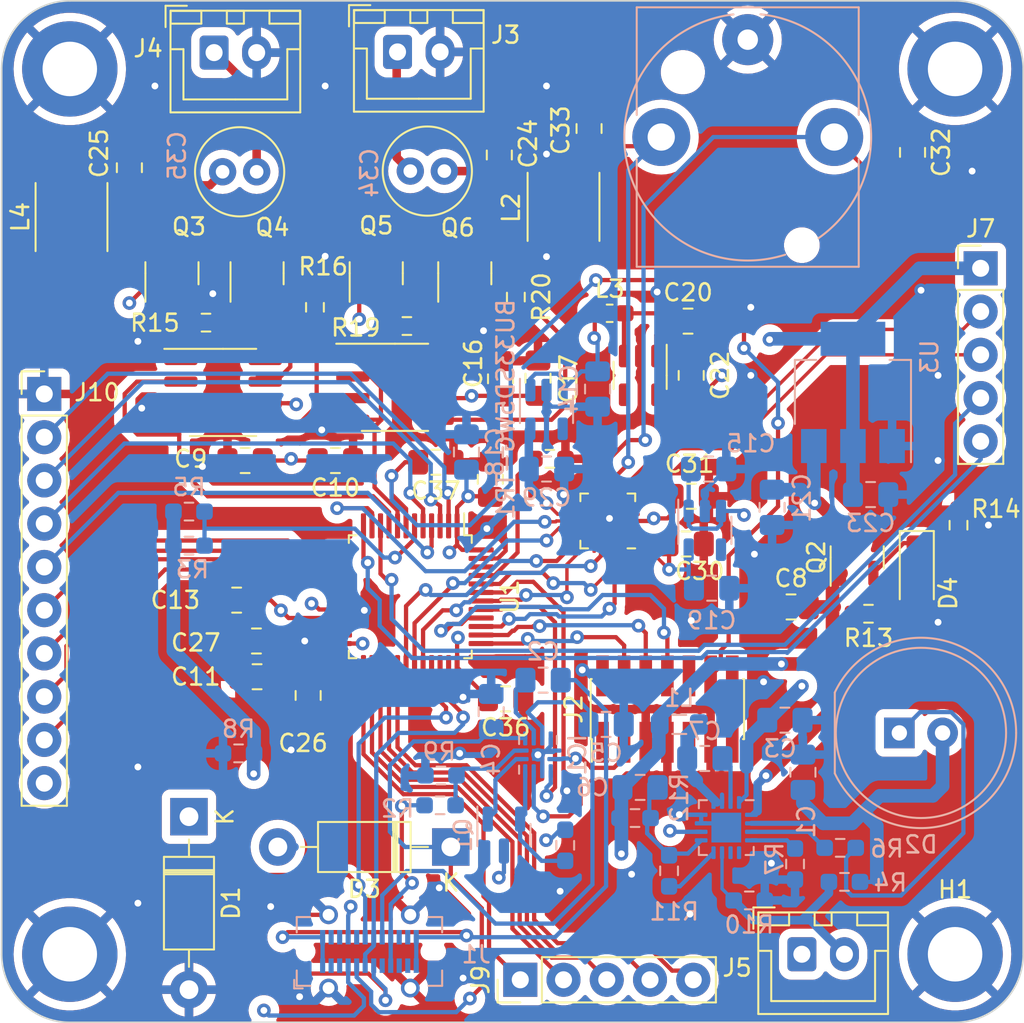
<source format=kicad_pcb>
(kicad_pcb (version 20240108) (generator "pcbnew") (generator_version "8.0")
  (layers (0 "F.Cu" signal) (1 "In1.Cu" signal) (2 "In2.Cu" signal) (31 "B.Cu" signal) (34 "B.Paste" user) (35 "F.Paste" user) (36 "B.SilkS" user "B.Silkscreen") (37 "F.SilkS" user "F.Silkscreen") (38 "B.Mask" user) (39 "F.Mask" user) (44 "Edge.Cuts" user))
  (net 0 "")
  (net 1 "Net-(BQ25306RTET1-STAT)")
  (net 2 "Net-(BQ25306RTET1-ICHG)")
  (net 5 "V_BAT-")
  (net 6 "Net-(BQ25306RTET1-FB_GND)")
  (net 7 "Net-(BQ25306RTET1-FB)")
  (net 8 "V_BAT+")
  (net 9 "Net-(BQ25306RTET1-SW-Pad13)")
  (net 10 "Net-(BQ25306RTET1-BTST)")
  (net 11 "V_SYS")
  (net 14 "1.8V")
  (net 15 "5V")
  (net 17 "3.3VDC")
  (net 18 "Net-(BU33SD5WG-TR2-VIN)")
  (net 20 "3.3VAC")
  (net 21 "Net-(IC1-IN_GD)")
  (net 22 "UCPD_CC1")
  (net 23 "Net-(D2-K)")
  (net 24 "Net-(D4-K)")
  (net 25 "Net-(D4-A)")
  (net 26 "Net-(IC1-GATE)")
  (net 27 "Net-(IC1-SOURCE)")
  (net 28 "Net-(D1-K)")
  (net 29 "Net-(Q3-G)")
  (net 30 "Net-(IC1-VBUS_CTRL)")
  (net 31 "Net-(Q4-G)")
  (net 32 "LINEOUT_R")
  (net 33 "LINEOUT_L")
  (net 34 "A Encodeur 1")
  (net 35 "B Encodeur 1")
  (net 36 "A Encodeur 2")
  (net 37 "B Encodeur 2")
  (net 38 "V_sense")
  (net 39 "REGN")
  (net 40 "OUT_L")
  (net 41 "OUT_R")
  (net 42 "band1")
  (net 43 "SYS_MCLK")
  (net 44 "LIGHT")
  (net 46 "TIM3_CH1")
  (net 47 "TIM3_CH2")
  (net 48 "TIM3_CH3")
  (net 49 "TIM3_CH4")
  (net 51 "EQ_BAND_BTN")
  (net 52 "band3")
  (net 53 "Potar_volume")
  (net 54 "band2")
  (net 55 "I2S_SCLK")
  (net 56 "I2S_LRCLK")
  (net 57 "I2S_DIN")
  (net 58 "USB_DM")
  (net 59 "USB_DP")
  (net 60 "I2S_DOUT")
  (net 61 "CTRL_DATA")
  (net 62 "Net-(C2-Pad1)")
  (net 63 "UCPD_CC2")
  (net 64 "CTRL_CLK")
  (net 68 "STM32_CC2")
  (net 69 "NRST")
  (net 70 "Net-(C24-Pad1)")
  (net 71 "Net-(C25-Pad1)")
  (net 75 "GND")
  (net 77 "Net-(J3-Pin_1)")
  (net 78 "Net-(J4-Pin_1)")
  (net 79 "LINEIN_R")
  (net 80 "LINEIN_L")
  (net 81 "V_AMPLIFIER_L")
  (net 82 "Net-(Q5-G)")
  (net 83 "Net-(Q6-G)")
  (net 84 "V_HO_R")
  (net 85 "V_LO_R")
  (net 86 "V_HO_L")
  (net 87 "V_LO_L")
  (net 90 "band0")
  (net 91 "V_AMPLIFIER_R")
  (net 92 "VBUS")
  (net 94 "SWDIO")
  (net 105 "SWCLK")
  (net 106 "SWO")
  (net 111 "Net-(U1-PB8)")
  (net 114 "STM32_CC1")
  (footprint "Resistor_SMD:R_0603_1608Metric_Pad0.98x0.95mm_HandSolder" (layer "F.Cu") (at 156.2 91.9)
    (property "Reference" "R17" (hide yes))
    (property "Value" "510" (hide yes))
  )
  (footprint "Capacitor_SMD:C_0805_2012Metric_Pad1.18x1.45mm_HandSolder" (layer "F.Cu") (at 131.5 74.8 90)
    (property "Reference" "C25")
    (property "Value" "10u" (hide yes))
  )
  (footprint "Package_TO_SOT_SMD:SOT-23" (layer "F.Cu") (at 174.25 97.6875 90)
    (property "Reference" "Q2")
    (property "Value" "SI2303CDS-T1-GE3" (hide yes))
  )
  (footprint "Inductor_SMD:L_Vishay_IFSC-1515AH_4x4x1.8mm" (layer "F.Cu") (at 128.1 77.7 90)
    (property "Reference" "L4")
    (property "Value" "6u3")
  )
  (footprint "Package_SO:SOIC-8_3.9x4.9mm_P1.27mm" (layer "F.Cu") (at 147.1 87.7)
    (property "Reference" "UCC27325DR2" (hide yes))
    (property "Value" "~")
  )
  (footprint "Capacitor_SMD:C_0805_2012Metric_Pad1.18x1.45mm_HandSolder" (layer "F.Cu") (at 164.314 83.813)
    (property "Reference" "C20")
    (property "Value" "1u")
  )
  (footprint "Package_TO_SOT_SMD:SOT-23" (layer "F.Cu") (at 139 81 90)
    (property "Reference" "Q4")
    (property "Value" "SI2303CDS-T1-GE3" (hide yes))
  )
  (footprint "Resistor_SMD:R_0603_1608Metric_Pad0.98x0.95mm_HandSolder" (layer "F.Cu") (at 136 83.9 180)
    (property "Reference" "R15")
    (property "Value" "10" (hide yes))
  )
  (footprint "Capacitor_SMD:C_0805_2012Metric_Pad1.18x1.45mm_HandSolder" (layer "F.Cu") (at 158.5 72.5 90)
    (property "Reference" "C33")
    (property "Value" "10u" (hide yes))
  )
  (footprint "Capacitor_SMD:C_0805_2012Metric_Pad1.18x1.45mm_HandSolder" (layer "F.Cu") (at 137.8 100.2 180)
    (property "Reference" "C13")
    (property "Value" "100n")
  )
  (footprint "Connector_JST:JST_XH_B2B-XH-A_1x02_P2.50mm_Vertical" (layer "F.Cu") (at 136.475 68.04)
    (property "Reference" "J4")
    (property "Value" "Conn_01x02" (hide yes))
  )
  (footprint "Package_TO_SOT_SMD:SOT-23" (layer "F.Cu") (at 146 81 90)
    (property "Reference" "Q5")
    (property "Value" "SI2304DDS-T1-GE3")
  )
  (footprint "Capacitor_SMD:C_0805_2012Metric_Pad1.18x1.45mm_HandSolder" (layer "F.Cu") (at 153.3 87.2 -90)
    (property "Reference" "C16")
    (property "Value" "0.1u")
  )
  (footprint "Connector_PinHeader_2.54mm:PinHeader_1x05_P2.54mm_Vertical" (layer "F.Cu") (at 181.5 80.71)
    (property "Reference" "J7")
    (property "Value" "Conn_01x05" (hide yes))
  )
  (footprint "Capacitor_THT:C_Radial_D5.0mm_H11.0mm_P2.00mm" (layer "F.Cu") (at 150 75 180)
    (property "Reference" "C34")
    (property "Value" "100u")
  )
  (footprint "Connector_JST:JST_XH_B2B-XH-A_1x02_P2.50mm_Vertical" (layer "F.Cu") (at 171 121)
    (property "Reference" "J5")
    (property "Value" "Conn_01x02" (hide yes))
  )
  (footprint "Package_QFP:LQFP-48_7x7mm_P0.5mm" (layer "F.Cu") (at 148 100 -90)
    (property "Reference" "U1")
    (property "Value" "STM32G491CETx (x=6)" (hide yes))
  )
  (footprint "Package_DFN_QFN:QFN-20-1EP_3x3mm_P0.4mm_EP1.65x1.65mm" (layer "F.Cu") (at 159.6 95.55 180)
    (property "Reference" "U2" (hide yes))
    (property "Value" "SGTL5000XNLA3")
  )
  (footprint "Diode_THT:D_DO-41_SOD81_P10.16mm_Horizontal" (layer "F.Cu") (at 135 112.92 -90)
    (property "Reference" "D1")
    (property "Value" "1N5817")
  )
  (footprint "MountingHole:MountingHole_3.2mm_M3_DIN965_Pad" (layer "F.Cu") (at 128 69)
    (property "Reference" "H4" (hide yes))
    (property "Value" "MountingHole_Pad" (hide yes))
  )
  (footprint "Package_SO:SOIC-8_3.9x4.9mm_P1.27mm" (layer "F.Cu") (at 137 88)
    (property "Reference" "UCC27325DR1" (hide yes))
    (property "Value" "~" (hide yes))
  )
  (footprint "Capacitor_SMD:C_0805_2012Metric_Pad1.18x1.45mm_HandSolder" (layer "F.Cu") (at 138.3 92)
    (property "Reference" "C9")
    (property "Value" "0.1u" (hide yes))
  )
  (footprint "Capacitor_THT:C_Radial_D5.0mm_H11.0mm_P2.00mm" (layer "F.Cu") (at 136.975 75.04)
    (property "Reference" "C35")
    (property "Value" "100u")
  )
  (footprint "Capacitor_SMD:C_0805_2012Metric_Pad1.18x1.45mm_HandSolder" (layer "F.Cu") (at 164.5 94.1)
    (property "Reference" "C31")
    (property "Value" "100n")
  )
  (footprint "Inductor_SMD:L_Vishay_IFSC-1515AH_4x4x1.8mm" (layer "F.Cu") (at 157 77.1 90)
    (property "Reference" "L2")
    (property "Value" "6u3")
  )
  (footprint "Resistor_SMD:R_0603_1608Metric_Pad0.98x0.95mm_HandSolder" (layer "F.Cu") (at 147.8 84.1 180)
    (property "Reference" "R19")
    (property "Value" "10" (hide yes))
  )
  (footprint "MountingHole:MountingHole_3.2mm_M3_DIN965_Pad" (layer "F.Cu") (at 128 121)
    (property "Reference" "H2" (hide yes))
    (property "Value" "MountingHole_Pad" (hide yes))
  )
  (footprint "Capacitor_SMD:C_0805_2012Metric_Pad1.18x1.45mm_HandSolder" (layer "F.Cu") (at 143.6 92 180)
    (property "Reference" "C10")
    (property "Value" "1.0u" (hide yes))
  )
  (footprint "Resistor_SMD:R_0603_1608Metric_Pad0.98x0.95mm_HandSolder" (layer "F.Cu") (at 180.2 95.8 -90)
    (property "Reference" "R14")
    (property "Value" "10k" (hide yes))
  )
  (footprint "Capacitor_SMD:C_0805_2012Metric_Pad1.18x1.45mm_HandSolder" (layer "F.Cu") (at 164.2 96.9)
    (property "Reference" "C30")
    (property "Value" "100n" (hide yes))
  )
  (footprint "Connector_PinHeader_2.54mm:PinHeader_1x10_P2.54mm_Vertical" (layer "F.Cu") (at 126.5 88.09)
    (property "Reference" "J10")
    (property "Value" "Conn_01x10" (hide yes))
  )
  (footprint "Inductor_SMD:L_0603_1608Metric_Pad1.05x0.95mm_HandSolder" (layer "F.Cu") (at 159.711 83.352)
    (property "Reference" "L3")
    (property "Value" "39n")
  )
  (footprint "Connector_JST:JST_XH_B2B-XH-A_1x02_P2.50mm_Vertical" (layer "F.Cu") (at 147.25 68)
    (property "Reference" "J3")
    (property "Value" "Conn_01x02" (hide yes))
  )
  (footprint "MountingHole:MountingHole_3.2mm_M3_DIN965_Pad" (layer "F.Cu") (at 180 121)
    (property "Reference" "H1")
    (property "Value" "MountingHole_Pad" (hide yes))
  )
  (footprint "Resistor_SMD:R_0603_1608Metric_Pad0.98x0.95mm_HandSolder" (layer "F.Cu") (at 142.4 83 90)
    (property "Reference" "R16")
    (property "Value" "10" (hide yes))
  )
  (footprint "Capacitor_SMD:C_0805_2012Metric_Pad1.18x1.45mm_HandSolder" (layer "F.Cu") (at 153.6 106 180)
    (property "Reference" "C36")
    (property "Value" "100n")
  )
  (footprint "Connector_PinHeader_1.27mm:PinHeader_2x07_P1.27mm_Vertical_SMD" (layer "F.Cu") (at 163.1 106.6 90)
    (property "Reference" "J2")
    (property "Value" "Conn_ST_STDC14")
  )
  (footprint "Capacitor_SMD:C_0805_2012Metric_Pad1.18x1.45mm_HandSolder" (layer "F.Cu") (at 149.5 92.1 180)
    (property "Reference" "C37")
    (property "Value" "100n")
  )
  (footprint "Resistor_SMD:R_0603_1608Metric_Pad0.98x0.95mm_HandSolder" (layer "F.Cu") (at 154.2 82.4 90)
    (property "Reference" "R20")
    (property "Value" "10" (hide yes))
  )
  (footprint "Capacitor_SMD:C_0805_2012Metric_Pad1.18x1.45mm_HandSolder" (layer "F.Cu") (at 138.9625 102.6)
    (property "Reference" "C27")
    (property "Value" "100n")
  )
  (footprint "Capacitor_SMD:C_0805_2012Metric_Pad1.18x1.45mm_HandSolder" (layer "F.Cu") (at 153.229 74.054 90)
    (property "Reference" "C24")
    (property "Value" "10u" (hide yes))
  )
  (footprint "Capacitor_SMD:C_0805_2012Metric_Pad1.18x1.45mm_HandSolder" (layer "F.Cu") (at 170.3625 100.6)
    (property "Reference" "C8")
    (property "Value" "10u" (hide yes))
  )
  (footprint "Package_TO_SOT_SMD:SOT-23" (layer "F.Cu") (at 134 81 90)
    (property "Reference" "Q3")
    (property "Value" "SI2304DDS-T1-GE3" (hide yes))
  )
  (footprint "Resistor_SMD:R_0603_1608Metric_Pad0.98x0.95mm_HandSolder" (layer "F.Cu") (at 174.9125 101 180)
    (property "Reference" "R13")
    (property "Value" "1k" (hide yes))
  )
  (footprint "Package_TO_SOT_SMD:SOT-23-5" (layer "F.Cu") (at 161.5 87 -90)
    (property "Reference" "BU33SD5WG-TR2" (hide yes))
    (property "Value" "LM1117DT-3.3")
  )
  (footprint "Diode_THT:D_DO-41_SOD81_P10.16mm_Horizontal" (layer "F.Cu") (at 150.38 114.7 180)
    (property "Reference" "D3")
    (property "Value" "1N5817")
  )
  (footprint "Capacitor_SMD:C_0805_2012Metric_Pad1.18x1.45mm_HandSolder" (layer "F.Cu") (at 177.5 73.9 -90)
    (property "Reference" "C32")
    (property "Value" "10u")
  )
  (footprint "Capacitor_SMD:C_0805_2012Metric_Pad1.18x1.45mm_HandSolder" (layer "F.Cu") (at 139 104.7)
    (property "Reference" "C11")
    (property "Value" "100n")
  )
  (footprint "Capacitor_SMD:C_0805_2012Metric_Pad1.18x1.45mm_HandSolder" (layer "F.Cu") (at 142 105.8 90)
    (property "Reference" "C26")
    (property "Value" "100n")
  )
  (footprint "Package_TO_SOT_SMD:SOT-23" (layer "F.Cu") (at 151.2 81 90)
    (property "Reference" "Q6")
    (property "Value" "SI2303CDS-T1-GE3" (hide yes))
  )
  (footprint "Capacitor_SMD:C_0805_2012Metric_Pad1.18x1.45mm_HandSolder" (layer "F.Cu") (at 155.5 87.1625 -90)
    (property "Reference" "C17")
    (property "Value" "1.0u")
  )
  (footprint "Capacitor_SMD:C_0805_2012Metric_Pad1.18x1.45mm_HandSolder" (layer "F.Cu") (at 152.7 93.1 -90)
    (property "Reference" "C12" (hide yes))
    (property "Value" "4u7")
  )
  (footprint "Capacitor_SMD:C_0805_2012Metric_Pad1.18x1.45mm_HandSolder" (layer "F.Cu") (at 164.5 87 90)
    (property "Reference" "C22")
    (property "Value" "1u" (hide yes))
  )
  (footprint "Diode_SMD:D_SOD-123" (layer "F.Cu") (at 177.75 98.5 -90)
    (property "Reference" "D4")
    (property "Value" "1N4148W" (hide yes))
  )
  (footprint "Connector_PinHeader_2.54mm:PinHeader_1x05_P2.54mm_Vertical" (layer "F.Cu") (at 154.46 122.5 90)
    (property "Reference" "J9")
    (property "Value" "Conn_01x05" (hide yes))
  )
  (footprint "MountingHole:MountingHole_3.2mm_M3_DIN965_Pad" (layer "F.Cu") (at 180 69)
    (property "Reference" "H3" (hide yes))
    (property "Value" "MountingHole_Pad" (hide yes))
  )
  (footprint "Package_TO_SOT_SMD:SOT-23-5" (layer "B.Cu") (at 156 89 -90)
    (property "Reference" "BU33SD5WG-TR1")
    (property "Value" "LM1117DT-3.3")
  )
  (footprint "Connector_USB:USB_C_Receptacle_GCT_USB4115-03-C" (layer "B.Cu") (at 145.6 120.835)
    (property "Reference" "J1")
    (property "Value" "USB_C_Receptacle" (hide yes))
  )
  (footprint "Capacitor_SMD:C_0805_2012Metric_Pad1.18x1.45mm_HandSolder" (layer "B.Cu") (at 170 107.25)
    (property "Reference" "C3")
    (property "Value" "10u" (hide yes))
  )
  (footprint "LED_THT:LED_D10.0mm" (layer "B.Cu") (at 176.725 108)
    (property "Reference" "D2")
    (property "Value" "LED_Small" (hide yes))
  )
  (footprint "Capacitor_SMD:C_0805_2012Metric_Pad1.18x1.45mm_HandSolder" (layer "B.Cu") (at 151.3 91.5 90)
    (property "Reference" "C18")
    (property "Value" "1u")
  )
  (footprint "Capacitor_SMD:C_0805_2012Metric_Pad1.18x1.45mm_HandSolder" (layer "B.Cu") (at 165.7 99.5)
    (property "Reference" "C19")
    (property "Value" "1u" (hide yes))
  )
  (footprint "Package_DFN_QFN:LQFN-12-1EP_2x2mm_P0.5mm_EP0.7x0.7mm" (layer "B.Cu") (at 155.5 109.2875 90)
    (property "Reference" "IC1")
    (property "Value" "TCPP01-M12")
  )
  (footprint "Resistor_SMD:R_0603_1608Metric_Pad0.98x0.95mm_HandSolder" (layer "B.Cu") (at 135 97 180)
    (property "Reference" "R3")
    (property "Value" "~" (hide yes))
  )
  (footprint "Package_TO_SOT_SMD:SOT-23" (layer "B.Cu") (at 153.5 114 -90)
    (property "Reference" "Q1")
    (property "Value" "SI2304DDS-T1-GE3")
  )
  (footprint "Resistor_SMD:R_0603_1608Metric_Pad0.98x0.95mm_HandSolder" (layer "B.Cu") (at 170.6 115.7 -90)
    (property "Reference" "R7")
    (property "Value" "23.2k" (hide yes))
  )
  (footprint "Capacitor_SMD:C_0805_2012Metric_Pad1.18x1.45mm_HandSolder" (layer "B.Cu") (at 175.0375 94)
    (property "Reference" "C23")
    (property "Value" "22uF")
  )
  (footprint "Package_DFN_QFN:WQFN-16-1EP_3x3mm_P0.5mm_EP1.75x1.75mm" (layer "B.Cu") (at 166.56 113.56 180)
    (property "Reference" "BQ25306RTET1" (hide yes))
    (property "Value" "~" (hide yes))
  )
  (footprint "Capacitor_SMD:C_0805_2012Metric_Pad1.18x1.45mm_HandSolder" (layer "B.Cu") (at 171.062 110.311 -90)
    (property "Reference" "C1")
    (property "Value" "2.2u" (hide yes))
  )
  (footprint "Resistor_SMD:R_0603_1608Metric_Pad0.98x0.95mm_HandSolder" (layer "B.Cu") (at 173.25 114.75)
    (property "Reference" "R6")
    (property "Value" "1k" (hide yes))
  )
  (footprint "Capacitor_SMD:C_0805_2012Metric_Pad1.18x1.45mm_HandSolder" (layer "B.Cu") (at 169.25 94.75 -90)
    (property "Reference" "C21")
    (property "Value" "10uF" (hide yes))
  )
  (footprint "Capacitor_SMD:C_0805_2012Metric_Pad1.18x1.45mm_HandSolder" (layer "B.Cu") (at 155.8 104.9 180)
    (property "Reference" "C2")
    (property "Value" "10u")
  )
  (footprint "Resistor_SMD:R_0603_1608Metric_Pad0.98x0.95mm_HandSolder" (layer "B.Cu") (at 157.1 114.6 90)
    (property "Reference" "R1" (hide yes))
    (property "Value" "~")
  )
  (footprint "Capacitor_SMD:C_0805_2012Metric_Pad1.18x1.45mm_HandSolder" (layer "B.Cu") (at 159.5 107.5)
    (property "Reference" "C5")
    (property "Value" "10u" (hide yes))
  )
  (footprint "Capacitor_SMD:C_0805_2012Metric_Pad1.18x1.45mm_HandSolder" (layer "B.Cu") (at 165.524092 92.5)
    (property "Reference" "C15")
    (property "Value" "1u" (hide yes))
  )
  (footprint "Resistor_SMD:R_0603_1608Metric_Pad0.98x0.95mm_HandSolder" (layer "B.Cu") (at 163.2 116.1 90)
    (property "Reference" "R11")
    (property "Value" "200k" (hide yes))
  )
  (footprint "Resistor_SMD:R_0603_1608Metric_Pad0.98x0.95mm_HandSolder" (layer "B.Cu") (at 161.2 113)
    (property "Reference" "R12")
    (property "Value" "1M1")
  )
  (footprint "Resistor_SMD:R_0603_1608Metric_Pad0.98x0.95mm_HandSolder" (layer "B.Cu") (at 137.9125 109.2 180)
    (property "Reference" "R8")
    (property "Value" "~")
  )
  (footprint "Resistor_SMD:R_0603_1608Metric_Pad0.98x0.95mm_HandSolder" (layer "B.Cu") (at 149.75 112.25)
    (property "Reference" "R2")
    (property "Value" "~" (hide yes))
  )
  (footprint "Capacitor_SMD:C_0805_2012Metric_Pad1.18x1.45mm_HandSolder" (layer "B.Cu") (at 159 87.8 -90)
    (property "Reference" "C14")
    (property "Value" "1u")
  )
  (footprint "Package_TO_SOT_SMD:SOT-223-3_TabPin2" (layer "B.Cu") (at 174 88 90)
    (property "Reference" "U3")
    (property "Value" "AZ1117-5.0")
  )
  (footprint "Capacitor_SMD:C_0805_2012Metric_Pad1.18x1.45mm_HandSolder" (layer "B.Cu") (at 156 92.5)
    (property "Reference" "C29")
    (property "Value" "100n")
  )
  (footprint "Capacitor_SMD:C_0805_2012Metric_Pad1.18x1.45mm_HandSolder" (layer "B.Cu") (at 165.3 109.5 180)
    (property "Reference" "C7")
    (property "Value" "47nF" (hide yes))
  )
  (footprint "Capacitor_SMD:C_0805_2012Metric_Pad1.18x1.45mm_HandSolder" (layer "B.Cu") (at 152.75 106.75 90)
    (property "Reference" "C4")
    (property "Value" "10u")
  )
  (footprint "Connector_Audio:Jack_6.35mm_Neutrik_NJ3FD-V_Vertical" (layer "B.Cu") (at 167.82 67.28 180)
    (property "Reference" "J8" (hide yes))
    (property "Value" "AudioJack3" (hide yes))
  )
  (footprint "Package_TO_SOT_SMD:SOT-23-5" (layer "B.Cu") (at 165.3 96.1 -90)
    (property "Reference" "BU18SD5WG-TR1" (hide yes))
    (property "Value" "LM1117DT-3.3" (hide yes))
  )
  (footprint "Resistor_SMD:R_0603_1608Metric_Pad0.98x0.95mm_HandSolder" (layer "B.Cu") (at 167.91 117.839)
    (property "Reference" "R10")
    (property "Value" "23.2k" (hide yes))
  )
  (footprint "Resistor_SMD:R_0603_1608Metric_Pad0.98x0.95mm_HandSolder" (layer "B.Cu") (at 135 95 180)
    (property "Reference" "R5")
    (property "Value" "~")
  )
  (footprint "Capacitor_SMD:C_0805_2012Metric_Pad1.18x1.45mm_HandSolder" (layer "B.Cu") (at 161.5 111.2)
    (property "Reference" "C6")
    (property "Value" "470u" (hide yes))
  )
  (footprint "Resistor_SMD:R_0603_1608Metric_Pad0.98x0.95mm_HandSolder" (layer "B.Cu") (at 149.8 110.5 180)
    (property "Reference" "R9")
    (property "Value" "~" (hide yes))
  )
  (footprint "Inductor_SMD:L_0805_2012Metric_Pad1.05x1.20mm_HandSolder" (layer "B.Cu") (at 163.8 107.5 180)
    (property "Reference" "L1")
    (property "Value" "2.2u" (hide yes))
  )
  (footprint "Resistor_SMD:R_0603_1608Metric_Pad0.98x0.95mm_HandSolder" (layer "B.Cu") (at 173.5 116.75 180)
    (property "Reference" "R4")
    (property "Value" "4.5k")
  )
  (gr_arc (start 184 121) (mid 182.828427 123.828427) (end 180 125) (stroke (width 0.1)) (layer "Edge.Cuts"))
  (gr_line (start 180 125) (end 128 125) (stroke (width 0.1)) (layer "Edge.Cuts"))
  (gr_line (start 124 121) (end 124 69) (stroke (width 0.1)) (layer "Edge.Cuts"))
  (gr_arc (start 124 69) (mid 125.171573 66.171573) (end 128 65) (stroke (width 0.1)) (layer "Edge.Cuts"))
  (gr_arc (start 180 65) (mid 182.828427 66.171573) (end 184 69) (stroke (width 0.1)) (layer "Edge.Cuts"))
  (gr_line (start 128 65) (end 180 65) (stroke (width 0.1)) (layer "Edge.Cuts"))
  (gr_arc (start 128 125) (mid 125.171573 123.828427) (end 124 121) (stroke (width 0.1)) (layer "Edge.Cuts"))
  (gr_line (start 184 69) (end 184 121) (stroke (width 0.1)) (layer "Edge.Cuts"))
  (segment (start 172.3375 114.75) (end 171.3975 113.81) (width 0.25) (layer "B.Cu") (net 1))
  (segment (start 171.3975 113.81) (end 168.035 113.81) (width 0.25) (layer "B.Cu") (net 1))
  (segment (start 170.1225 114.31) (end 170.6 114.7875) (width 0.25) (layer "B.Cu") (net 2))
  (segment (start 168.035 114.31) (end 170.1225 114.31) (width 0.25) (layer "B.Cu") (net 2))
  (segment (start 173.5 121) (end 171.5 119) (width 0.5) (layer "B.Cu") (net 5))
  (segment (start 171 119) (end 168.1585 119) (width 0.5) (layer "B.Cu") (net 5))
  (segment (start 166.31 115.035) (end 166.31 117.1515) (width 0.2) (layer "B.Cu") (net 5))
  (segment (start 168.1585 119) (end 166.9975 117.839) (width 0.5) (layer "B.Cu") (net 5))
  (segment (start 166.31 117.1515) (end 166.9975 117.839) (width 0.2) (layer "B.Cu") (net 5))
  (segment (start 171.5 119) (end 171 119) (width 0.5) (layer "B.Cu") (net 5))
  (segment (start 172.5875 117.4125) (end 171 119) (width 0.5) (layer "B.Cu") (net 5))
  (segment (start 172.5875 116.75) (end 172.5875 117.4125) (width 0.5) (layer "B.Cu") (net 5))
  (segment (start 163.8325 117.0125) (end 165.81 115.035) (width 0.25) (layer "B.Cu") (net 6))
  (segment (start 163.2 117.0125) (end 163.8325 117.0125) (width 0.25) (layer "B.Cu") (net 6))
  (segment (start 163.3 115.0875) (end 164.3075 115.0875) (width 0.25) (layer "B.Cu") (net 7))
  (segment (start 163.2 115.1875) (end 163.3 115.0875) (width 0.25) (layer "B.Cu") (net 7))
  (segment (start 161.9125 113) (end 161.9125 113.9) (width 0.25) (layer "B.Cu") (net 7))
  (segment (start 161.9125 113.9) (end 163.2 115.1875) (width 0.25) (layer "B.Cu") (net 7))
  (segment (start 162.0375 111) (end 162.0375 112.875) (width 0.25) (layer "B.Cu") (net 7))
  (segment (start 162.0375 112.875) (end 161.9125 113) (width 0.25) (layer "B.Cu") (net 7))
  (segment (start 164.3075 115.0875) (end 165.085 114.31) (width 0.25) (layer "B.Cu") (net 7))
  (segment (start 169.8 103.95) (end 172.05 103.95) (width 0.8) (layer "F.Cu") (net 8))
  (segment (start 172.9 100.6) (end 171.4 100.6) (width 0.8) (layer "F.Cu") (net 8))
  (segment (start 172.8 103.2) (end 172.8 99.125) (width 0.8) (layer "F.Cu") (net 8))
  (segment (start 172.05 103.95) (end 172.8 103.2) (width 0.8) (layer "F.Cu") (net 8))
  (segment (start 172.8 99.125) (end 173.3 98.625) (width 0.8) (layer "F.Cu") (net 8))
  (via (at 169.8 103.95) (size 0.8) (drill 0.4) (layers "F.Cu" "B.Cu") (net 8))
  (via (at 163.25 113.75) (size 0.8) (drill 0.4) (layers "F.Cu" "B.Cu") (net 8))
  (via (at 160.4 115.1) (size 0.8) (drill 0.4) (layers "F.Cu" "B.Cu") (net 8))
  (segment (start 162.6 107.1) (end 165.75 103.95) (width 0.8) (layer "B.Cu") (net 8))
  (segment (start 162.6 109.0625) (end 162.6 107.1) (width 0.8) (layer "B.Cu") (net 8))
  (segment (start 163.31 113.81) (end 165.085 113.81) (width 0.25) (layer "B.Cu") (net 8))
  (segment (start 165.75 103.95) (end 169.8 103.95) (width 0.8) (layer "B.Cu") (net 8))
  (segment (start 163.25 113.75) (end 163.31 113.81) (width 0.25) (layer "B.Cu") (net 8))
  (segment (start 160.4625 111.2) (end 162.6 109.0625) (width 0.8) (layer "B.Cu") (net 8))
  (segment (start 160.4 111.2625) (end 160.4625 111.2) (width 0.8) (layer "B.Cu") (net 8))
  (segment (start 160.4 115.1) (end 160.4 111.2625) (width 0.8) (layer "B.Cu") (net 8))
  (segment (start 164.8 110.885) (end 164.8 110.8) (width 0.5) (layer "B.Cu") (net 9))
  (segment (start 164.2625 108.1875) (end 164.95 107.5) (width 0.8) (layer "B.Cu") (net 9))
  (segment (start 166.31 112.085) (end 165.81 112.085) (width 0.25) (layer "B.Cu") (net 9))
  (segment (start 166.31 112.085) (end 166.31 111.6225) (width 0.25) (layer "B.Cu") (net 9))
  (segment (start 164.2625 110.2625) (end 164.2625 108.1875) (width 0.8) (layer "B.Cu") (net 9))
  (segment (start 164.8 110.8) (end 164.2625 110.2625) (width 0.8) (layer "B.Cu") (net 9))
  (segment (start 166 112.085) (end 164.8 110.885) (width 0.5) (layer "B.Cu") (net 9))
  (segment (start 166.81 109.9725) (end 166.3375 109.5) (width 0.25) (layer "B.Cu") (net 10))
  (segment (start 166.81 112.085) (end 166.81 109.9725) (width 0.25) (layer "B.Cu") (net 10))
  (segment (start 133.05 81.9375) (end 132.3125 81.9375) (width 0.25) (layer "F.Cu") (net 11))
  (segment (start 145 83.7) (end 145 81.9875) (width 0.25) (layer "F.Cu") (net 11))
  (segment (start 145 81.9875) (end 145.05 81.9375) (width 0.25) (layer "F.Cu") (net 11))
  (segment (start 172 94.5) (end 171.75 94.5) (width 0.8) (layer "F.Cu") (net 11))
  (segment (start 132.3125 81.9375) (end 131.5 82.75) (width 0.25) (layer "F.Cu") (net 11))
  (segment (start 174.25 96.75) (end 172 94.5) (width 0.8) (layer "F.Cu") (net 11))
  (via (at 171.75 94.5) (size 0.8) (drill 0.4) (layers "F.Cu" "B.Cu") (net 11))
  (via (at 171 105.25) (size 0.8) (drill 0.4) (layers "F.Cu" "B.Cu") (net 11))
  (via (at 145 83.7) (size 0.8) (drill 0.4) (layers "F.Cu" "B.Cu") (net 11))
  (via (at 131.5 82.75) (size 0.8) (drill 0.4) (layers "F.Cu" "B.Cu") (net 11))
  (segment (start 168.9625 107.25) (end 169 107.25) (width 0.8) (layer "B.Cu") (net 11))
  (segment (start 171.7 91.15) (end 171.7 94.45) (width 0.8) (layer "B.Cu") (net 11))
  (segment (start 169 107.25) (end 171 105.25) (width 0.8) (layer "B.Cu") (net 11))
  (segment (start 167.75 110) (end 167.75 111.645) (width 0.25) (layer "B.Cu") (net 11))
  (segment (start 169.25 93.7125) (end 170.9625 93.7125) (width 0.8) (layer "B.Cu") (net 11))
  (segment (start 167.75 108.4625) (end 168.9625 107.25) (width 0.8) (layer "B.Cu") (net 11))
  (segment (start 167.75 111.645) (end 167.31 112.085) (width 0.25) (layer "B.Cu") (net 11))
  (segment (start 171.7 94.45) (end 171.75 94.5) (width 0.25) (layer "B.Cu") (net 11))
  (segment (start 170.9625 93.7125) (end 171.75 94.5) (width 0.8) (layer "B.Cu") (net 11))
  (segment (start 167.75 110) (end 167.75 108.4625) (width 0.8) (layer "B.Cu") (net 11))
  (segment (start 163.2 98.4) (end 163.2 96.9375) (width 0.25) (layer "F.Cu") (net 14))
  (segment (start 163.2 98.4) (end 161.8 97) (width 0.2) (layer "F.Cu") (net 14))
  (segment (start 161.8 97) (end 160.4 97) (width 0.2) (layer "F.Cu") (net 14))
  (segment (start 163.2 96.9375) (end 163.1625 96.9) (width 0.25) (layer "F.Cu") (net 14))
  (via (at 163.2 98.4) (size 0.8) (drill 0.4) (layers "F.Cu" "B.Cu") (net 14))
  (segment (start 164.35 98.4) (end 163.2 98.4) (width 0.25) (layer "B.Cu") (net 14))
  (segment (start 164.35 99.1875) (end 164.6625 99.5) (width 0.25) (layer "B.Cu") (net 14))
  (segment (start 164.187 99.5) (end 164.6625 99.5) (width 0.25) (layer "B.Cu") (net 14))
  (segment (start 164.35 97.2375) (end 164.35 98.4) (width 0.25) (layer "B.Cu") (net 14))
  (segment (start 164.35 98.4) (end 164.35 99.1875) (width 0.25) (layer "B.Cu") (net 14))
  (segment (start 163.2 98.4) (end 163.3 98.4) (width 0.25) (layer "B.Cu") (net 14))
  (segment (start 151.6 88.3) (end 151.6 88.2) (width 0.25) (layer "F.Cu") (net 15))
  (segment (start 141.1 92) (end 142.5625 92) (width 0.25) (layer "F.Cu") (net 15))
  (segment (start 140.9 92) (end 141 91.9) (width 0.25) (layer "F.Cu") (net 15))
  (segment (start 158.836 84.764) (end 158.8 84.8) (width 0.25) (layer "F.Cu") (net 15))
  (segment (start 158.8 84.8) (end 158.836 84.836) (width 0.25) (layer "F.Cu") (net 15))
  (segment (start 140.8 88.635) (end 141.3 88.7) (width 0.25) (layer "F.Cu") (net 15))
  (segment (start 141.235 88.635) (end 141.3 88.7) (width 0.25) (layer "F.Cu") (net 15))
  (segment (start 158.836 83.352) (end 158.836 84.764) (width 0.25) (layer "F.Cu") (net 15))
  (segment (start 139.475 88.635) (end 140.8 88.635) (width 0.25) (layer "F.Cu") (net 15))
  (segment (start 151.6 88.2) (end 151.7 88.2) (width 0.25) (layer "F.Cu") (net 15))
  (segment (start 155.5 88.2) (end 151.6 88.2) (width 0.25) (layer "F.Cu") (net 15))
  (segment (start 139.3375 92) (end 140.9 92) (width 0.25) (layer "F.Cu") (net 15))
  (segment (start 141 91.9) (end 141.1 92) (width 0.25) (layer "F.Cu") (net 15))
  (segment (start 151.565 88.335) (end 151.6 88.3) (width 0.25) (layer "F.Cu") (net 15))
  (segment (start 140.865 88.635) (end 141.235 88.635) (width 0.25) (layer "F.Cu") (net 15))
  (segment (start 149.575 88.335) (end 151.565 88.335) (width 0.25) (layer "F.Cu") (net 15))
  (segment (start 151.7 88.2) (end 151.6 88.3) (width 0.25) (layer "F.Cu") (net 15))
  (segment (start 158.836 84.836) (end 158.836 84.936) (width 0.25) (layer "F.Cu") (net 15))
  (via (at 158.8 84.8) (size 0.8) (drill 0.4) (layers "F.Cu" "B.Cu") (net 15))
  (via (at 151.6 88.2) (size 0.8) (drill 0.4) (layers "F.Cu" "B.Cu") (net 15))
  (via (at 141 91.9) (size 0.8) (drill 0.4) (layers "F.Cu" "B.Cu") (net 15))
  (via (at 141.3 88.7) (size 0.8) (drill 0.4) (layers "F.Cu" "B.Cu") (net 15))
  (via (at 169.1 84.9) (size 0.8) (drill 0.4) (layers "F.Cu" "B.Cu") (net 15))
  (segment (start 155.350001 86.9) (end 156.649999 86.9) (width 0.25) (layer "B.Cu") (net 15))
  (segment (start 174 84.85) (end 174 84.621141) (width 0.8) (layer "B.Cu") (net 15))
  (segment (start 156.649999 86.9) (end 156.95 87.200001) (width 0.25) (layer "B.Cu") (net 15))
  (segment (start 174 84.621141) (end 177.911141 80.71) (width 0.8) (layer "B.Cu") (net 15))
  (segment (start 156.95 87.200001) (end 156.95 87.8625) (width 0.25) (layer "B.Cu") (net 15))
  (segment (start 159 86.7625) (end 159 85) (width 0.25) (layer "B.Cu") (net 15))
  (segment (start 174 91.15) (end 174 94) (width 0.8) (layer "B.Cu") (net 15))
  (segment (start 174 84.85) (end 169.15 84.85) (width 0.8) (layer "B.Cu") (net 15))
  (segment (start 177.911141 80.71) (end 181.5 80.71) (width 0.8) (layer "B.Cu") (net 15))
  (segment (start 159 85) (end 158.8 84.8) (width 0.25) (layer "B.Cu") (net 15))
  (segment (start 155.05 87.8625) (end 155.05 87.200001) (width 0.25) (layer "B.Cu") (net 15))
  (segment (start 156.95 87.8625) (end 158.05 86.7625) (width 0.25) (layer "B.Cu") (net 15))
  (segment (start 169.15 84.85) (end 169.1 84.9) (width 0.8) (layer "B.Cu") (net 15))
  (segment (start 174 84.85) (end 174 91.15) (width 0.8) (layer "B.Cu") (net 15))
  (segment (start 158.05 86.7625) (end 159 86.7625) (width 0.25) (layer "B.Cu") (net 15))
  (segment (start 155.05 87.200001) (end 155.350001 86.9) (width 0.25) (layer "B.Cu") (net 15))
  (segment (start 158.62 110.05) (end 159.96 110.05) (width 0.25) (layer "F.Cu") (net 17))
  (segment (start 152.2 106) (end 152.5625 106) (width 0.25) (layer "F.Cu") (net 17))
  (segment (start 151.05 97.25) (end 152.1625 97.25) (width 0.25) (layer "F.Cu") (net 17))
  (segment (start 143.8375 102.75) (end 145.2 102.75) (width 0.25) (layer "F.Cu") (net 17))
  (segment (start 152.6625 94.1) (end 152.7 94.1375) (width 0.25) (layer "F.Cu") (net 17))
  (segment (start 145.2 102.75) (end 145.35 102.75) (width 0.25) (layer "F.Cu") (net 17))
  (segment (start 142.2 100.3) (end 142.2 100.3) (width 0.25) (layer "F.Cu") (net 17))
  (segment (start 142.3 100.4) (end 142.2 100.4) (width 0.25) (layer "F.Cu") (net 17))
  (segment (start 142 104.7625) (end 140.1 104.7625) (width 0.5) (layer "F.Cu") (net 17))
  (segment (start 140 102.6) (end 140 104.6625) (width 0.5) (layer "F.Cu") (net 17))
  (segment (start 156 94.5) (end 156.65 95.15) (width 0.2) (layer "F.Cu") (net 17))
  (segment (start 150.7625 104.1625) (end 152.5625 105.9625) (width 0.25) (layer "F.Cu") (net 17))
  (segment (start 142.2 100.4) (end 142.2 100.3) (width 0.25) (layer "F.Cu") (net 17))
  (segment (start 158.1 109.5) (end 158.62 110.02) (width 0.25) (layer "F.Cu") (net 17))
  (segment (start 150.75 96.95) (end 151.05 97.25) (width 0.25) (layer "F.Cu") (net 17))
  (segment (start 157.7 109.5) (end 158.1 109.5) (width 0.25) (layer "F.Cu") (net 17))
  (segment (start 140 104.6625) (end 140.0375 104.7) (width 0.25) (layer "F.Cu") (net 17))
  (segment (start 150.75 94.75) (end 150.75 95.8375) (width 0.25) (layer "F.Cu") (net 17))
  (segment (start 150.8 102.6) (end 150.8 102.4) (width 0.25) (layer "F.Cu") (net 17))
  (segment (start 150.75 96.95) (end 150.75 95.8375) (width 0.25) (layer "F.Cu") (net 17))
  (segment (start 142 104.5875) (end 143.8375 102.75) (width 0.25) (layer "F.Cu") (net 17))
  (segment (start 158.62 110.02) (end 158.62 110.05) (width 0.25) (layer "F.Cu") (net 17))
  (segment (start 150.75 104.1625) (end 150.7625 104.1625) (width 0.25) (layer "F.Cu") (net 17))
  (segment (start 143.7875 102.7) (end 143.8375 102.75) (width 0.25) (layer "F.Cu") (net 17))
  (segment (start 142 104.7625) (end 142 104.5875) (width 0.25) (layer "F.Cu") (net 17))
  (segment (start 143.8375 100.75) (end 142.65 100.75) (width 0.25) (layer "F.Cu") (net 17))
  (segment (start 151.4 94.1) (end 152.6625 94.1) (width 0.25) (layer "F.Cu") (net 17))
  (segment (start 159.96 110.05) (end 160.56 109.45) (width 0.25) (layer "F.Cu") (net 17))
  (segment (start 140.1 104.7625) (end 140.0375 104.7) (width 0.25) (layer "F.Cu") (net 17))
  (segment (start 160.56 109.45) (end 160.56 108.55) (width 0.25) (layer "F.Cu") (net 17))
  (segment (start 150.75 104.1625) (end 150.75 104.55) (width 0.25) (layer "F.Cu") (net 17))
  (segment (start 142.65 100.75) (end 142.3 100.4) (width 0.25) (layer "F.Cu") (net 17))
  (segment (start 150.3 97.4) (end 150.75 96.95) (width 0.25) (layer "F.Cu") (net 17))
  (segment (start 150.75 104.1625) (end 150.75 102.55) (width 0.25) (layer "F.Cu") (net 17))
  (segment (start 152.5625 105.9625) (end 152.5625 106) (width 0.25) (layer "F.Cu") (net 17))
  (segment (start 156.65 95.15) (end 158.15 95.15) (width 0.2) (layer "F.Cu") (net 17))
  (segment (start 151.4 94.1) (end 150.75 94.75) (width 0.25) (layer "F.Cu") (net 17))
  (via (at 151.4 94.1) (size 0.8) (drill 0.4) (layers "F.Cu" "B.Cu") (net 17))
  (via (at 142.2 100.4) (size 0.8) (drill 0.4) (layers "F.Cu" "B.Cu") (net 17))
  (via (at 150.3 97.4) (size 0.8) (drill 0.4) (layers "F.Cu" "B.Cu") (net 17))
  (via (at 150.8 102.4) (size 0.8) (drill 0.4) (layers "F.Cu" "B.Cu") (net 17))
  (via (at 156 94.5) (size 0.8) (drill 0.4) (layers "F.Cu" "B.Cu") (net 17))
  (via (at 145.2 102.75) (size 0.8) (drill 0.4) (layers "F.Cu" "B.Cu") (net 17))
  (via (at 157.7 109.5) (size 0.8) (drill 0.4) (layers "F.Cu" "B.Cu") (net 17))
  (via (at 167.6 95.2) (size 0.8) (drill 0.4) (layers "F.Cu" "B.Cu") (net 17))
  (segment (start 164.35 95.8) (end 164.35 94.9625) (width 0.25) (layer "B.Cu") (net 17))
  (segment (start 166.25 95.75) (end 166 96) (width 0.25) (layer "B.Cu") (net 17))
  (segment (start 166.25 94.9625) (end 167.3625 94.9625) (width 0.25) (layer "B.Cu") (net 17))
  (segment (start 167.3625 94.9625) (end 167.6 95.2) (width 0.25) (layer "B.Cu") (net 17))
  (segment (start 154.9625 92.5) (end 154.9625 93.4625) (width 0.5) (layer "B.Cu") (net 17))
  (segment (start 151.3 94) (end 151.3 92.5375) (width 0.25) (layer "B.Cu") (net 17))
  (segment (start 151.4 94.1) (end 151.3 94) (width 0.25) (layer "B.Cu") (net 17))
  (segment (start 154.9625 93.4625) (end 156 94.5) (width 0.5) (layer "B.Cu") (net 17))
  (segment (start 156.92474 109.5375) (end 156.4625 109.5375) (width 0.25) (layer "B.Cu") (net 17))
  (segment (start 166 96) (end 164.55 96) (width 0.25) (layer "B.Cu") (net 17))
  (segment (start 164.35 94.9625) (end 164.35 92.636592) (width 0.25) (layer "B.Cu") (net 17))
  (segment (start 166.25 94.9625) (end 166.25 95.75) (width 0.25) (layer "B.Cu") (net 17))
  (segment (start 157.7 109.5) (end 156.96224 109.5) (width 0.25) (layer "B.Cu") (net 17))
  (segment (start 154.9625 90.225) (end 155.05 90.1375) (width 0.25) (layer "B.Cu") (net 17))
  (segment (start 164.55 96) (end 164.35 95.8) (width 0.25) (layer "B.Cu") (net 17))
  (segment (start 154.9625 92.5) (end 154.9625 90.225) (width 0.5) (layer "B.Cu") (net 17))
  (segment (start 156.96224 109.5) (end 156.92474 109.5375) (width 0.25) (layer "B.Cu") (net 17))
  (segment (start 164.35 92.636592) (end 164.486592 92.5) (width 0.25) (layer "B.Cu") (net 17))
  (segment (start 162.45 84.6395) (end 163.2765 83.813) (width 0.25) (layer "F.Cu") (net 18))
  (segment (start 160.55 83.388) (end 160.586 83.352) (width 0.25) (layer "F.Cu") (net 18))
  (segment (start 162.45 85.8625) (end 162.45 84.6395) (width 0.25) (layer "F.Cu") (net 18))
  (segment (start 162.8155 83.352) (end 163.2765 83.813) (width 0.25) (layer "F.Cu") (net 18))
  (segment (start 160.55 85.8625) (end 160.55 83.388) (width 0.25) (layer "F.Cu") (net 18))
  (segment (start 162.45 85.8625) (end 162.436 85.8485) (width 0.25) (layer "F.Cu") (net 18))
  (segment (start 160.586 83.352) (end 162.8155 83.352) (width 0.25) (layer "F.Cu") (net 18))
  (segment (start 160.55 85.8625) (end 160.475 85.7875) (width 0.25) (layer "F.Cu") (net 18))
  (segment (start 162.4625 85.85) (end 162.45 85.8625) (width 0.25) (layer "F.Cu") (net 18))
  (segment (start 140.85 101.25) (end 143.8375 101.25) (width 0.25) (layer "F.Cu") (net 20))
  (segment (start 140.4 100.8) (end 140.85 101.25) (width 0.25) (layer "F.Cu") (net 20))
  (segment (start 139.8 100.2) (end 138.8375 100.2) (width 0.25) (layer "F.Cu") (net 20))
  (segment (start 162.3 95.4) (end 163.1 95.4) (width 0.25) (layer "F.Cu") (net 20))
  (segment (start 163.1 95.4) (end 163.4625 95.0375) (width 0.25) (layer "F.Cu") (net 20))
  (segment (start 165.2625 88.0375) (end 164.5 88.0375) (width 0.25) (layer "F.Cu") (net 20))
  (segment (start 162.45 88.1375) (end 164.4 88.1375) (width 0.25) (layer "F.Cu") (net 20))
  (segment (start 140.4 100.8) (end 139.8 100.2) (width 0.25) (layer "F.Cu") (net 20))
  (segment (start 166.3 87) (end 166.5 87.2) (width 0.25) (layer "F.Cu") (net 20))
  (segment (start 161.05 95.55) (end 162.15 95.55) (width 0.25) (layer "F.Cu") (net 20))
  (segment (start 162.15 95.55) (end 162.3 95.4) (width 0.25) (layer "F.Cu") (net 20))
  (segment (start 164.4 88.1375) (end 164.5 88.0375) (width 0.25) (layer "F.Cu") (net 20))
  (segment (start 166.3 87) (end 165.2625 88.0375) (width 0.25) (layer "F.Cu") (net 20))
  (segment (start 163.4625 95.0375) (end 163.4625 94.1) (width 0.25) (layer "F.Cu") (net 20))
  (segment (start 163.4625 94.1) (end 163.4625 93.6625) (width 0.25) (layer "F.Cu") (net 20))
  (via (at 166.3 87) (size 0.8) (drill 0.4) (layers "F.Cu" "B.Cu") (net 20))
  (via (at 162.3 95.4) (size 0.8) (drill 0.4) (layers "F.Cu" "B.Cu") (net 20))
  (via (at 140.4 100.8) (size 0.8) (drill 0.4) (layers "F.Cu" "B.Cu") (net 20))
  (segment (start 154.2 105.4625) (end 154.2 106.8) (width 0.25) (layer "B.Cu") (net 21))
  (segment (start 155.25 107.85) (end 155.25 108.325) (width 0.25) (layer "B.Cu") (net 21))
  (segment (start 154.7625 104.9) (end 154.2 105.4625) (width 0.25) (layer "B.Cu") (net 21))
  (segment (start 154.2 106.8) (end 155.25 107.85) (width 0.25) (layer "B.Cu") (net 21))
  (segment (start 150.38 116.48) (end 152.2 118.3) (width 0.25) (layer "F.Cu") (net 22))
  (segment (start 150.38 114.7) (end 150.38 116.48) (width 0.25) (layer "F.Cu") (net 22))
  (segment (start 152.2 122.9) (end 151.5 123.6) (width 0.25) (layer "F.Cu") (net 22))
  (segment (start 152.2 118.3) (end 152.2 122.9) (width 0.25) (layer "F.Cu") (net 22))
  (via (at 151.5 123.6) (size 0.8) (drill 0.4) (layers "F.Cu" "B.Cu") (net 22))
  (segment (start 152.75 107.7875) (end 153.2625 108.3) (width 0.25) (layer "B.Cu") (net 22))
  (segment (start 147.7 114.7) (end 150.38 114.7) (width 0.25) (layer "B.Cu") (net 22))
  (segment (start 146.8 113.8) (end 147.7 114.7) (width 0.25) (layer "B.Cu") (net 22))
  (segment (start 153.2625 108.3) (end 154.725 108.3) (width 0.25) (layer "B.Cu") (net 22))
  (segment (start 150.7 124.4) (end 146.83595 124.4) (width 0.25) (layer "B.Cu") (net 22))
  (segment (start 145.7 123.952) (end 145.7 123.195) (width 0.25) (layer "B.Cu") (net 22))
  (segment (start 146.152 124.404) (end 145.7 123.952) (width 0.25) (layer "B.Cu") (net 22))
  (segment (start 146.83195 124.404) (end 146.152 124.404) (width 0.25) (layer "B.Cu") (net 22))
  (segment (start 145.7 123.195) (end 144.85 122.345) (width 0.25) (layer "B.Cu") (net 22))
  (segment (start 146.8 109.9) (end 146.8 113.8) (width 0.25) (layer "B.Cu") (net 22))
  (segment (start 152.0375 108.5) (end 148.2 108.5) (width 0.25) (layer "B.Cu") (net 22))
  (segment (start 154.725 108.3) (end 154.75 108.325) (width 0.25) (layer "B.Cu") (net 22))
  (segment (start 146.83595 124.4) (end 146.83195 124.404) (width 0.25) (layer "B.Cu") (net 22))
  (segment (start 151.5 123.6) (end 150.7 124.4) (width 0.25) (layer "B.Cu") (net 22))
  (segment (start 152.75 107.7875) (end 152.0375 108.5) (width 0.25) (layer "B.Cu") (net 22))
  (segment (start 144.85 122.345) (end 144.85 121.67) (width 0.25) (layer "B.Cu") (net 22))
  (segment (start 148.2 108.5) (end 146.8 109.9) (width 0.25) (layer "B.Cu") (net 22))
  (segment (start 173.922924 117.55) (end 176.819 117.55) (width 0.25) (layer "B.Cu") (net 23))
  (segment (start 177.95 106.775) (end 176.725 108) (width 0.25) (layer "B.Cu") (net 23))
  (segment (start 173.6 115.3125) (end 173.6 117.227076) (width 0.25) (layer "B.Cu") (net 23))
  (segment (start 179.772412 106.775) (end 177.95 106.775) (width 0.25) (layer "B.Cu") (net 23))
  (segment (start 174.1625 114.75) (end 173.6 115.3125) (width 0.25) (layer "B.Cu") (net 23))
  (segment (start 180.49 107.492588) (end 179.772412 106.775) (width 0.25) (layer "B.Cu") (net 23))
  (segment (start 173.6 117.227076) (end 173.922924 117.55) (width 0.25) (layer "B.Cu") (net 23))
  (segment (start 176.819 117.55) (end 180.49 113.879) (width 0.25) (layer "B.Cu") (net 23))
  (segment (start 180.49 113.879) (end 180.49 107.492588) (width 0.25) (layer "B.Cu") (net 23))
  (segment (start 176.975 96.85) (end 177.75 96.85) (width 0.25) (layer "F.Cu") (net 24))
  (segment (start 177.8875 96.7125) (end 177.75 96.85) (width 0.25) (layer "F.Cu") (net 24))
  (segment (start 175.2 98.625) (end 176.975 96.85) (width 0.25) (layer "F.Cu") (net 24))
  (segment (start 180.2 96.7125) (end 177.8875 96.7125) (width 0.25) (layer "F.Cu") (net 24))
  (segment (start 176.9 101) (end 177.75 100.15) (width 0.25) (layer "F.Cu") (net 25))
  (segment (start 175.825 101) (end 176.9 101) (width 0.25) (layer "F.Cu") (net 25))
  (segment (start 154.2125 109.5375) (end 153 110.75) (width 0.25) (layer "B.Cu") (net 26))
  (segment (start 153 112.6125) (end 152.55 113.0625) (width 0.25) (layer "B.Cu") (net 26))
  (segment (start 153 110.75) (end 153 112.6125) (width 0.25) (layer "B.Cu") (net 26))
  (segment (start 154.5375 109.5375) (end 154.2125 109.5375) (width 0.25) (layer "B.Cu") (net 26))
  (segment (start 156.8 115.5125) (end 155.7125 115.5125) (width 0.25) (layer "B.Cu") (net 27))
  (segment (start 155.7125 115.5125) (end 154.45 114.25) (width 0.25) (layer "B.Cu") (net 27))
  (segment (start 154.75 110.25) (end 154.75 112.7625) (width 0.25) (layer "B.Cu") (net 27))
  (segment (start 154.75 112.7625) (end 154.45 113.0625) (width 0.25) (layer "B.Cu") (net 27))
  (segment (start 154.45 114.25) (end 154.45 113.0625) (width 0.25) (layer "B.Cu") (net 27))
  (segment (start 147.5 116.208883) (end 148.102987 116.81187) (width 0.25) (layer "F.Cu") (net 28))
  (segment (start 147.5 112.3) (end 147.5 116.208883) (width 0.25) (layer "F.Cu") (net 28))
  (via (at 148.102987 116.81187) (size 0.8) (drill 0.4) (layers "F.Cu" "B.Cu") (net 28))
  (via (at 147.5 112.3) (size 0.8) (drill 0.4) (layers "F.Cu" "B.Cu") (net 28))
  (via (at 153.2 116.5) (size 0.8) (drill 0.4) (layers "F.Cu" "B.Cu") (net 28))
  (via (at 139.4 124.3) (size 0.8) (drill 0.4) (layers "F.Cu" "B.Cu") (net 28))
  (via (at 144.5 118.2) (size 0.8) (drill 0.4) (layers "F.Cu" "B.Cu") (net 28))
  (segment (start 145.275 124.025) (end 145.275 123.575) (width 0.25) (layer "B.Cu") (net 28))
  (segment (start 139.7 124.6) (end 144.7 124.6) (width 0.25) (layer "B.Cu") (net 28))
  (segment (start 146.85 121.67) (end 146.85 120) (width 0.25) (layer "B.Cu") (net 28))
  (segment (start 148.102987 116.81187) (end 146.85 118.064857) (width 0.25) (layer "B.Cu") (net 28))
  (segment (start 147.5 112.3) (end 147.7 112.2) (width 0.25) (layer "B.Cu") (net 28))
  (segment (start 145.275 123.575) (end 144.35 122.65) (width 0.25) (layer "B.Cu") (net 28))
  (segment (start 146.85 118.064857) (end 146.85 120) (width 0.25) (layer "B.Cu") (net 28))
  (segment (start 148.8375 112.25) (end 147.75 112.25) (width 0.25) (layer "B.Cu") (net 28))
  (segment (start 139.4 124.3) (end 139.7 124.6) (width 0.25) (layer "B.Cu") (net 28))
  (segment (start 153.5 116.2) (end 153.2 116.5) (width 0.25) (layer "B.Cu") (net 28))
  (segment (start 144.35 120) (end 144.35 118.75) (width 0.25) (layer "B.Cu") (net 28))
  (segment (start 144.5 118.2) (end 144.7 118.4) (width 0.25) (layer "B.Cu") (net 28))
  (segment (start 147.75 112.25) (end 147.5 112.3) (width 0.25) (layer "B.Cu") (net 28))
  (segment (start 140.417082 114.7) (end 140.22 114.7) (width 0.25) (layer "B.Cu") (net 28))
  (segment (start 144.35 118.75) (end 144.5 118.2) (width 0.25) (layer "B.Cu") (net 28))
  (segment (start 153.5 114.9375) (end 153.5 116.2) (width 0.25) (layer "B.Cu") (net 28))
  (segment (start 144.7 124.6) (end 145.275 124.025) (width 0.25) (layer "B.Cu") (net 28))
  (segment (start 141.2 114.7) (end 140.22 114.7) (width 0.5) (layer "B.Cu") (net 28))
  (segment (start 144.35 122.65) (end 144.35 121.67) (width 0.25) (layer "B.Cu") (net 28))
  (segment (start 134.95 83.7625) (end 134.95 82.0375) (width 0.25) (layer "F.Cu") (net 29))
  (segment (start 153.04896 110.1) (end 151.1125 110.1) (width 0.25) (layer "B.Cu") (net 30))
  (segment (start 154.11146 109.0375) (end 153.04896 110.1) (width 0.25) (layer "B.Cu") (net 30))
  (segment (start 154.5375 109.0375) (end 154.11146 109.0375) (width 0.25) (layer "B.Cu") (net 30))
  (segment (start 151.1125 110.1) (end 150.6625 110.55) (width 0.25) (layer "B.Cu") (net 30))
  (segment (start 150.6625 110.55) (end 150.6625 112.25) (width 0.25) (layer "B.Cu") (net 30))
  (segment (start 139.975 82.4025) (end 141.685 82.4025) (width 0.25) (layer "F.Cu") (net 31))
  (segment (start 141.685 82.4025) (end 142 82.0875) (width 0.25) (layer "F.Cu") (net 31))
  (segment (start 163.8 91.3) (end 161 94.1) (width 0.2) (layer "F.Cu") (net 32))
  (segment (start 172.41 85.79) (end 166.9 91.3) (width 0.2) (layer "F.Cu") (net 32))
  (segment (start 166.9 91.3) (end 163.8 91.3) (width 0.2) (layer "F.Cu") (net 32))
  (segment (start 181.5 85.79) (end 172.41 85.79) (width 0.2) (layer "F.Cu") (net 32))
  (segment (start 161 94.1) (end 160.4 94.1) (width 0.2) (layer "F.Cu") (net 32))
  (segment (start 160.682842 93.4) (end 163.157842 90.925) (width 0.2) (layer "F.Cu") (net 33))
  (segment (start 172.9 84.3) (end 180.45 84.3) (width 0.2) (layer "F.Cu") (net 33))
  (segment (start 163.157842 90.925) (end 166.275 90.925) (width 0.2) (layer "F.Cu") (net 33))
  (segment (start 160 93.613994) (end 160.213994 93.4) (width 0.2) (layer "F.Cu") (net 33))
  (segment (start 166.275 90.925) (end 172.9 84.3) (width 0.2) (layer "F.Cu") (net 33))
  (segment (start 160 94.1) (end 160 93.613994) (width 0.2) (layer "F.Cu") (net 33))
  (segment (start 180.45 84.3) (end 181.5 83.25) (width 0.2) (layer "F.Cu") (net 33))
  (segment (start 160.213994 93.4) (end 160.682842 93.4) (width 0.2) (layer "F.Cu") (net 33))
  (segment (start 150.25 95.8375) (end 150.25 93.95) (width 0.25) (layer "F.Cu") (net 34))
  (segment (start 150.25 93.95) (end 150.2 94) (width 0.25) (layer "F.Cu") (net 34))
  (via (at 150.2 93.9) (size 0.8) (drill 0.4) (layers "F.Cu" "B.Cu") (net 34))
  (segment (start 126.5 90.63) (end 130.23 86.9) (width 0.25) (layer "B.Cu") (net 34))
  (segment (start 150.2 93.9) (end 150.1 93.9) (width 0.25) (layer "B.Cu") (net 34))
  (segment (start 150.1 93.9) (end 150 93.8) (width 0.25) (layer "B.Cu") (net 34))
  (segment (start 150.1 93.8) (end 150.2 93.9) (width 0.25) (layer "B.Cu") (net 34))
  (segment (start 130.23 86.9) (end 144.5 86.9) (width 0.25) (layer "B.Cu") (net 34))
  (segment (start 144.5 86.9) (end 150 92.4) (width 0.25) (layer "B.Cu") (net 34))
  (segment (start 150 92.4) (end 150 93.8) (width 0.25) (layer "B.Cu") (net 34))
  (segment (start 150 93.8) (end 150.1 93.8) (width 0.25) (layer "B.Cu") (net 34))
  (segment (start 149.75 94.65) (end 149.2 94.3) (width 0.25) (layer "F.Cu") (net 35))
  (segment (start 149.75 95.8375) (end 149.75 94.65) (width 0.25) (layer "F.Cu") (net 35))
  (via (at 149.2 94.3) (size 0.8) (drill 0.4) (layers "F.Cu" "B.Cu") (net 35))
  (segment (start 126.53 93.17) (end 132.3 87.4) (width 0.25) (layer "B.Cu") (net 35))
  (segment (start 126.5 93.17) (end 126.53 93.17) (width 0.25) (layer "B.Cu") (net 35))
  (segment (start 132.3 87.4) (end 144.39896 87.4) (width 0.25) (layer "B.Cu") (net 35))
  (segment (start 144.39896 87.4) (end 149.2 92.20104) (width 0.25) (layer "B.Cu") (net 35))
  (segment (start 149.2 92.20104) (end 149.2 94.3) (width 0.25) (layer "B.Cu") (net 35))
  (segment (start 149.25 97.05) (end 149 97.3) (width 0.25) (layer "F.Cu") (net 36))
  (segment (start 149 97.3) (end 149 97.4) (width 0.25) (layer "F.Cu") (net 36))
  (segment (start 149.25 95.8375) (end 149.25 97.05) (width 0.25) (layer "F.Cu") (net 36))
  (segment (start 149 97.4) (end 148.9 97.4) (width 0.25) (layer "F.Cu") (net 36))
  (segment (start 148.9 97.4) (end 149 97.3) (width 0.25) (layer "F.Cu") (net 36))
  (via (at 149 97.4) (size 0.8) (drill 0.4) (layers "F.Cu" "B.Cu") (net 36))
  (segment (start 130.85 93.9) (end 126.5 98.25) (width 0.25) (layer "B.Cu") (net 36))
  (segment (start 149 97.4) (end 145.5 93.9) (width 0.25) (layer "B.Cu") (net 36))
  (segment (start 145.5 93.9) (end 130.85 93.9) (width 0.25) (layer "B.Cu") (net 36))
  (segment (start 148 93.9) (end 148.1 94) (width 0.25) (layer "F.Cu") (net 37))
  (segment (start 148.1 94.18995) (end 148 93.9) (width 0.25) (layer "F.Cu") (net 37))
  (segment (start 148.75 95.8375) (end 148.75 94.83995) (width 0.25) (layer "F.Cu") (net 37))
  (segment (start 148.75 94.83995) (end 148.1 94.18995) (width 0.25) (layer "F.Cu") (net 37))
  (via (at 148 93.9) (size 0.8) (drill 0.4) (layers "F.Cu" "B.Cu") (net 37))
  (segment (start 126.5 95.71) (end 131.21 91) (width 0.25) (layer "B.Cu") (net 37))
  (segment (start 131.21 91) (end 147 91) (width 0.25) (layer "B.Cu") (net 37))
  (segment (start 148 92) (end 148 93.9) (width 0.25) (layer "B.Cu") (net 37))
  (segment (start 147 91) (end 148 92) (width 0.25) (layer "B.Cu") (net 37))
  (segment (start 147.15741 97.7) (end 148.25 96.60741) (width 0.25) (layer "F.Cu") (net 38))
  (segment (start 147.1 97.7) (end 147.15741 97.7) (width 0.25) (layer "F.Cu") (net 38))
  (segment (start 148.25 96.60741) (end 148.25 95.8375) (width 0.25) (layer "F.Cu") (net 38))
  (via (at 147.1 97.7) (size 0.8) (drill 0.4) (layers "F.Cu" "B.Cu") (net 38))
  (segment (start 144.74099 96) (end 135.9125 96) (width 0.25) (layer "B.Cu") (net 38))
  (segment (start 135.9125 96) (end 135.9125 95) (width 0.25) (layer "B.Cu") (net 38))
  (segment (start 146.44099 97.7) (end 144.74099 96) (width 0.25) (layer "B.Cu") (net 38))
  (segment (start 147.1 97.7) (end 146.44099 97.7) (width 0.25) (layer "B.Cu") (net 38))
  (segment (start 135.9125 97) (end 135.9125 96) (width 0.25) (layer "B.Cu") (net 38))
  (segment (start 178.695 111.697) (end 179.265 111.127) (width 0.8) (layer "B.Cu") (net 39))
  (segment (start 168.035 113.31) (end 172.25 113.31) (width 0.3) (layer "B.Cu") (net 39))
  (segment (start 171.062 111.3485) (end 171.062 112.122) (width 0.8) (layer "B.Cu") (net 39))
  (segment (start 175.401 113.468) (end 175.401 116.599) (width 0.8) (layer "B.Cu") (net 39))
  (segment (start 175.568 111.697) (end 178.695 111.697) (width 0.8) (layer "B.Cu") (net 39))
  (segment (start 175.25 116.75) (end 175.401 116.599) (width 0.25) (layer "B.Cu") (net 39))
  (segment (start 174.4125 116.75) (end 175.25 116.75) (width 0.25) (layer "B.Cu") (net 39))
  (segment (start 172.25 113.31) (end 173.955 113.31) (width 0.8) (layer "B.Cu") (net 39))
  (segment (start 174.599 112.666) (end 175.568 111.697) (width 0.8) (layer "B.Cu") (net 39))
  (segment (start 171.062 112.122) (end 172.25 113.31) (width 0.8) (layer "B.Cu") (net 39))
  (segment (start 179.265 111.127) (end 179.265 108) (width 0.8) (layer "B.Cu") (net 39))
  (segment (start 173.955 113.31) (end 174.599 112.666) (width 0.8) (layer "B.Cu") (net 39))
  (segment (start 174.599 112.666) (end 175.401 113.468) (width 0.8) (layer "B.Cu") (net 39))
  (segment (start 145.665 87.065) (end 146.275 87.675) (width 0.25) (layer "F.Cu") (net 40))
  (segment (start 145.9 93.581195) (end 147.25 94.931195) (width 0.25) (layer "F.Cu") (net 40))
  (segment (start 146.305 89.605) (end 145.9 90.01) (width 0.25) (layer "F.Cu") (net 40))
  (segment (start 145.9 90.01) (end 145.9 93.581195) (width 0.25) (layer "F.Cu") (net 40))
  (segment (start 144.625 89.605) (end 146.305 89.605) (width 0.25) (layer "F.Cu") (net 40))
  (segment (start 147.25 94.931195) (end 147.25 95.8375) (width 0.25) (layer "F.Cu") (net 40))
  (segment (start 146.275 87.675) (end 146.275 89.575) (width 0.25) (layer "F.Cu") (net 40))
  (segment (start 144.625 87.065) (end 145.665 87.065) (width 0.25) (layer "F.Cu") (net 40))
  (segment (start 146.275 89.575) (end 146.305 89.605) (width 0.25) (layer "F.Cu") (net 40))
  (segment (start 134.425001 90.004999) (end 134.425001 90.471) (width 0.25) (layer "F.Cu") (net 41))
  (segment (start 131.225001 88.085) (end 131.945001 87.365) (width 0.25) (layer "F.Cu") (net 41))
  (segment (start 136.1 94.1) (end 145.817764 94.1) (width 0.25) (layer "F.Cu") (net 41))
  (segment (start 131.225001 89.71495) (end 131.225001 88.085) (width 0.25) (layer "F.Cu") (net 41))
  (segment (start 131.945001 87.365) (end 135.135 87.365) (width 0.25) (layer "F.Cu") (net 41))
  (segment (start 131.981051 90.471) (end 131.225001 89.71495) (width 0.25) (layer "F.Cu") (net 41))
  (segment (start 145.817764 94.1) (end 146.75 95.032236) (width 0.25) (layer "F.Cu") (net 41))
  (segment (start 134.425001 92.425001) (end 136.1 94.1) (width 0.25) (layer "F.Cu") (net 41))
  (segment (start 134.425001 90.471) (end 134.425001 92.425001) (width 0.25) (layer "F.Cu") (net 41))
  (segment (start 134.425001 90.471) (end 131.981051 90.471) (width 0.25) (layer "F.Cu") (net 41))
  (segment (start 146.75 95.032236) (end 146.75 95.8375) (width 0.25) (layer "F.Cu") (net 41))
  (segment (start 134.525 89.905) (end 134.425001 90.004999) (width 0.25) (layer "F.Cu") (net 41))
  (segment (start 154.85 119.14792) (end 154.85 114.046879) (width 0.25) (layer "F.Cu") (net 42))
  (segment (start 154.85 114.046879) (end 151.128121 110.325) (width 0.25) (layer "F.Cu") (net 42))
  (segment (start 148.12812 110.325) (end 146.75 108.94688) (width 0.25) (layer "F.Cu") (net 42))
  (segment (start 160.355 120.775) (end 156.47708 120.775) (width 0.25) (layer "F.Cu") (net 42))
  (segment (start 151.128121 110.325) (end 148.12812 110.325) (width 0.25) (layer "F.Cu") (net 42))
  (segment (start 146.75 108.94688) (end 146.75 104.1625) (width 0.25) (layer "F.Cu") (net 42))
  (segment (start 162.08 122.5) (end 160.355 120.775) (width 0.25) (layer "F.Cu") (net 42))
  (segment (start 156.47708 120.775) (end 154.85 119.14792) (width 0.25) (layer "F.Cu") (net 42))
  (segment (start 145.48241 94.8) (end 145.75 95.06759) (width 0.25) (layer "F.Cu") (net 43))
  (segment (start 155.9 95.6) (end 156.534314 95.6) (width 0.2) (layer "F.Cu") (net 43))
  (segment (start 156.534314 95.6) (end 156.584314 95.55) (width 0.2) (layer "F.Cu") (net 43))
  (segment (start 143.7 94.8) (end 145.48241 94.8) (width 0.25) (layer "F.Cu") (net 43))
  (segment (start 145.75 95.06759) (end 145.75 95.8375) (width 0.25) (layer "F.Cu") (net 43))
  (segment (start 156.584314 95.55) (end 158.15 95.55) (width 0.2) (layer "F.Cu") (net 43))
  (via (at 155.9 95.6) (size 0.8) (drill 0.4) (layers "F.Cu" "B.Cu") (net 43))
  (via (at 143.7 94.8) (size 0.8) (drill 0.4) (layers "F.Cu" "B.Cu") (net 43))
  (segment (start 151.2 98.5) (end 148.9 98.5) (width 0.25) (layer "B.Cu") (net 43))
  (segment (start 155.9 95.6) (end 154.1 95.6) (width 0.25) (layer "B.Cu") (net 43))
  (segment (start 154.1 95.6) (end 151.2 98.5) (width 0.25) (layer "B.Cu") (net 43))
  (segment (start 148.9 98.5) (end 145.2 94.8) (width 0.25) (layer "B.Cu") (net 43))
  (segment (start 145.2 94.8) (end 143.7 94.8) (width 0.25) (layer "B.Cu") (net 43))
  (segment (start 145.5 98) (end 145.25 97.75) (width 0.25) (layer "F.Cu") (net 44))
  (segment (start 145.25 97.75) (end 145.25 95.8375) (width 0.25) (layer "F.Cu") (net 44))
  (via (at 145.5 98) (size 0.8) (drill 0.4) (layers "F.Cu" "B.Cu") (net 44))
  (segment (start 170.089949 103.25) (end 170.135975 103.296025) (width 0.25) (layer "B.Cu") (net 44))
  (segment (start 170.135975 103.296025) (end 181.5 91.932) (width 0.25) (layer "B.Cu") (net 44))
  (segment (start 146.2 101.7) (end 148.1 103.6) (width 0.25) (layer "B.Cu") (net 44))
  (segment (start 165.460051 103.25) (end 170.089949 103.25) (width 0.25) (layer "B.Cu") (net 44))
  (segment (start 145.5 99.5) (end 146.2 100.2) (width 0.25) (layer "B.Cu") (net 44))
  (segment (start 165.110051 103.6) (end 165.460051 103.25) (width 0.25) (layer "B.Cu") (net 44))
  (segment (start 148.1 103.6) (end 165.110051 103.6) (width 0.25) (layer "B.Cu") (net 44))
  (segment (start 181.5 91.932) (end 181.5 90.87) (width 0.25) (layer "B.Cu") (net 44))
  (segment (start 146.2 100.2) (end 146.2 101.7) (width 0.25) (layer "B.Cu") (net 44))
  (segment (start 145.5 98) (end 145.5 99.5) (width 0.25) (layer "B.Cu") (net 44))
  (segment (start 130.59 96.7) (end 126.5 100.79) (width 0.25) (layer "F.Cu") (net 46))
  (segment (start 141.85104 97.75) (end 140.80104 96.7) (width 0.25) (layer "F.Cu") (net 46))
  (segment (start 140.80104 96.7) (end 130.59 96.7) (width 0.25) (layer "F.Cu") (net 46))
  (segment (start 143.8375 97.75) (end 141.85104 97.75) (width 0.25) (layer "F.Cu") (net 46))
  (segment (start 141.75 98.25) (end 140.8 97.3) (width 0.25) (layer "F.Cu") (net 47))
  (segment (start 127.9 101.93) (end 126.5 103.33) (width 0.25) (layer "F.Cu") (net 47))
  (segment (start 140.8 97.3) (end 130.6 97.3) (width 0.25) (layer "F.Cu") (net 47))
  (segment (start 127.9 100) (end 127.9 101.93) (width 0.25) (layer "F.Cu") (net 47))
  (segment (start 143.8375 98.25) (end 141.75 98.25) (width 0.25) (layer "F.Cu") (net 47))
  (segment (start 130.6 97.3) (end 127.9 100) (width 0.25) (layer "F.Cu") (net 47))
  (segment (start 143.8375 98.75) (end 141.64896 98.75) (width 0.25) (layer "F.Cu") (net 48))
  (segment (start 141.64896 98.75) (end 140.69896 97.8) (width 0.25) (layer "F.Cu") (net 48))
  (segment (start 127.8 102.9) (end 127.8 104.57) (width 0.25) (layer "F.Cu") (net 48))
  (segment (start 132.9 97.8) (end 127.8 102.9) (width 0.25) (layer "F.Cu") (net 48))
  (segment (start 140.69896 97.8) (end 132.9 97.8) (width 0.25) (layer "F.Cu") (net 48))
  (segment (start 127.8 104.57) (end 126.5 105.87) (width 0.25) (layer "F.Cu") (net 48))
  (segment (start 142.99259 99.175) (end 141.47292 99.175) (width 0.25) (layer "F.Cu") (net 49))
  (segment (start 143.8375 99.25) (end 143.06759 99.25) (width 0.25) (layer "F.Cu") (net 49))
  (segment (start 141.47292 99.175) (end 140.69792 98.4) (width 0.25) (layer "F.Cu") (net 49))
  (segment (start 144.642764 99.25) (end 143.8375 99.25) (width 0.25) (layer "F.Cu") (net 49))
  (segment (start 143.06759 99.25) (end 142.99259 99.175) (width 0.25) (layer "F.Cu") (net 49))
  (segment (start 128.225 103.775) (end 128.225 106.685) (width 0.25) (layer "F.Cu") (net 49))
  (segment (start 128.225 106.685) (end 126.5 108.41) (width 0.25) (layer "F.Cu") (net 49))
  (segment (start 133.6 98.4) (end 128.225 103.775) (width 0.25) (layer "F.Cu") (net 49))
  (segment (start 140.69792 98.4) (end 133.6 98.4) (width 0.25) (layer "F.Cu") (net 49))
  (segment (start 145.25 109.25) (end 147.6 111.6) (width 0.25) (layer "F.Cu") (net 51))
  (segment (start 150.55 111.6) (end 152.3 113.35) (width 0.25) (layer "F.Cu") (net 51))
  (segment (start 147.6 111.6) (end 150.55 111.6) (width 0.25) (layer "F.Cu") (net 51))
  (segment (start 145.25 104.1625) (end 145.25 109.25) (width 0.25) (layer "F.Cu") (net 51))
  (segment (start 152.3 117.6) (end 152.625 117.925) (width 0.25) (layer "F.Cu") (net 51))
  (segment (start 152.3 113.35) (end 152.3 117.6) (width 0.25) (layer "F.Cu") (net 51))
  (segment (start 152.625 120.665) (end 154.46 122.5) (width 0.25) (layer "F.Cu") (net 51))
  (segment (start 152.625 117.925) (end 152.625 120.665) (width 0.25) (layer "F.Cu") (net 51))
  (segment (start 145.75 109.14896) (end 145.75 104.1625) (width 0.25) (layer "F.Cu") (net 52))
  (segment (start 157 122.5) (end 154 119.5) (width 0.25) (layer "F.Cu") (net 52))
  (segment (start 150.776041 111.175) (end 147.77604 111.175) (width 0.25) (layer "F.Cu") (net 52))
  (segment (start 154 114.398959) (end 150.776041 111.175) (width 0.25) (layer "F.Cu") (net 52))
  (segment (start 147.77604 111.175) (end 145.75 109.14896) (width 0.25) (layer "F.Cu") (net 52))
  (segment (start 154 119.5) (end 154 114.398959) (width 0.25) (layer "F.Cu") (net 52))
  (segment (start 146.9 99) (end 146.6 99) (width 0.25) (layer "F.Cu") (net 53))
  (segment (start 146.25 98.65) (end 146.25 95.8375) (width 0.25) (layer "F.Cu") (net 53))
  (segment (start 146.6 99) (end 146.25 98.65) (width 0.25) (layer "F.Cu") (net 53))
  (via (at 146.9 99) (size 0.8) (drill 0.4) (layers "F.Cu" "B.Cu") (net 53))
  (segment (start 164.93401 103.175) (end 165.28401 102.825) (width 0.25) (layer "B.Cu") (net 53))
  (segment (start 148.775 103.175) (end 164.93401 103.175) (width 0.25) (layer "B.Cu") (net 53))
  (segment (start 180 89.83) (end 181.5 88.33) (width 0.25) (layer "B.Cu") (net 53))
  (segment (start 146.9 99) (end 146.9 101.3) (width 0.25) (layer "B.Cu") (net 53))
  (segment (start 146.9 101.3) (end 148.775 103.175) (width 0.25) (layer "B.Cu") (net 53))
  (segment (start 170.00596 102.825) (end 180 92.83096) (width 0.25) (layer "B.Cu") (net 53))
  (segment (start 180 92.83096) (end 180 89.83) (width 0.25) (layer "B.Cu") (net 53))
  (segment (start 165.28401 102.825) (end 170.00596 102.825) (width 0.25) (layer "B.Cu") (net 53))
  (segment (start 158.24 121.2) (end 156.30104 121.2) (width 0.25) (layer "F.Cu") (net 54))
  (segment (start 159.54 122.5) (end 158.24 121.2) (width 0.25) (layer "F.Cu") (net 54))
  (segment (start 154.425 114.222919) (end 150.952081 110.75) (width 0.25) (layer "F.Cu") (net 54))
  (segment (start 146.25 109.04792) (end 146.25 104.1625) (width 0.25) (layer "F.Cu") (net 54))
  (segment (start 150.952081 110.75) (end 147.95208 110.75) (width 0.25) (layer "F.Cu") (net 54))
  (segment (start 147.95208 110.75) (end 146.25 109.04792) (width 0.25) (layer "F.Cu") (net 54))
  (segment (start 154.425 119.32396) (end 154.425 114.222919) (width 0.25) (layer "F.Cu") (net 54))
  (segment (start 156.30104 121.2) (end 154.425 119.32396) (width 0.25) (layer "F.Cu") (net 54))
  (segment (start 148.9 99.6) (end 149 99.6) (width 0.25) (layer "F.Cu") (net 55))
  (segment (start 158.15 96.35) (end 156.6 97.9) (width 0.25) (layer "F.Cu") (net 55))
  (segment (start 147.75 104.1625) (end 147.75 100.55) (width 0.25) (layer "F.Cu") (net 55))
  (segment (start 147.75 100.55) (end 148.7 99.6) (width 0.25) (layer "F.Cu") (net 55))
  (segment (start 156.6 97.9) (end 155.4 97.9) (width 0.25) (layer "F.Cu") (net 55))
  (segment (start 148.7 99.6) (end 148.9 99.6) (width 0.25) (layer "F.Cu") (net 55))
  (via (at 148.9 99.6) (size 0.8) (drill 0.4) (layers "F.Cu" "B.Cu") (net 55))
  (via (at 155.4 97.9) (size 0.8) (drill 0.4) (layers "F.Cu" "B.Cu") (net 55))
  (segment (start 148.9 99.6) (end 149.2 99.9) (width 0.25) (layer "B.Cu") (net 55))
  (segment (start 149.2 99.9) (end 151.3 99.9) (width 0.25) (layer "B.Cu") (net 55))
  (segment (start 153.3 97.9) (end 155.4 97.9) (width 0.25) (layer "B.Cu") (net 55))
  (segment (start 151.3 99.9) (end 153.3 97.9) (width 0.25) (layer "B.Cu") (net 55))
  (segment (start 150.6 99.2) (end 150.5 99.3) (width 0.25) (layer "F.Cu") (net 56))
  (segment (start 158.15 95.95) (end 156.75 95.95) (width 0.2) (layer "F.Cu") (net 56))
  (segment (start 148.25 101.55) (end 150.5 99.3) (width 0.25) (layer "F.Cu") (net 56))
  (segment (start 156.75 95.95) (end 156 96.7) (width 0.2) (layer "F.Cu") (net 56))
  (segment (start 150.5 99.2) (end 150.6 99.2) (width 0.25) (layer "F.Cu") (net 56))
  (segment (start 148.25 104.1625) (end 148.25 101.55) (width 0.25) (layer "F.Cu") (net 56))
  (segment (start 150.5 99.3) (end 150.5 99.2) (width 0.25) (layer "F.Cu") (net 56))
  (via (at 156 96.7) (size 0.8) (drill 0.4) (layers "F.Cu" "B.Cu") (net 56))
  (via (at 150.5 99.2) (size 0.8) (drill 0.4) (layers "F.Cu" "B.Cu") (net 56))
  (segment (start 150.5 99.2) (end 151.2 99.2) (width 0.25) (layer "B.Cu") (net 56))
  (segment (start 153.7 96.7) (end 156 96.7) (width 0.25) (layer "B.Cu") (net 56))
  (segment (start 151.2 99.2) (end 153.7 96.7) (width 0.25) (layer "B.Cu") (net 56))
  (segment (start 149.9 100.8) (end 148.75 101.95) (width 0.25) (layer "F.Cu") (net 57))
  (segment (start 159.2 97) (end 159.2 97.6) (width 0.25) (layer "F.Cu") (net 57))
  (segment (start 148.75 101.95) (end 148.75 104.1625) (width 0.25) (layer "F.Cu") (net 57))
  (segment (start 159.2 97.6) (end 158.6 98.2) (width 0.25) (layer "F.Cu") (net 57))
  (segment (start 150.7 100.8) (end 149.9 100.8) (width 0.25) (layer "F.Cu") (net 57))
  (segment (start 150.7 100.8) (end 150.7 100.7) (width 0.25) (layer "F.Cu") (net 57))
  (via (at 158.6 98.2) (size 0.8) (drill 0.4) (layers "F.Cu" "B.Cu") (net 57))
  (via (at 150.7 100.8) (size 0.8) (drill 0.4) (layers "F.Cu" "B.Cu") (net 57))
  (segment (start 151.175 100.325) (end 151.47604 100.325) (width 0.25) (layer "B.Cu") (net 57))
  (segment (start 156.08995 98.2) (end 158.6 98.2) (width 0.25) (layer "B.Cu") (net 57))
  (segment (start 153.20104 98.6) (end 155.68995 98.6) (width 0.25) (layer "B.Cu") (net 57))
  (segment (start 151.47604 100.325) (end 153.20104 98.6) (width 0.25) (layer "B.Cu") (net 57))
  (segment (start 155.68995 98.6) (end 156.08995 98.2) (width 0.25) (layer "B.Cu") (net 57))
  (segment (start 150.7 100.8) (end 151.175 100.325) (width 0.25) (layer "B.Cu") (net 57))
  (segment (start 146.542 123.142) (end 145.535 122.135) (width 0.25) (layer "F.Cu") (net 58))
  (segment (start 139.735 122.135) (end 138.3 120.7) (width 0.25) (layer "F.Cu") (net 58))
  (segment (start 138.3 120.7) (end 138.3 117.7) (width 0.25) (layer "F.Cu") (net 58))
  (segment (start 145.535 122.135) (end 139.735 122.135) (width 0.25) (layer "F.Cu") (net 58))
  (segment (start 146.542 123.704) (end 146.542 123.142) (width 0.25) (layer "F.Cu") (net 58))
  (segment (start 138.3 117.7) (end 139.657 116.343) (width 0.25) (layer "F.Cu") (net 58))
  (segment (start 150.098775 106.499815) (end 149.25 105.65104) (width 0.25) (layer "F.Cu") (net 58))
  (segment (start 139.657 116.343) (end 144.363 116.343) (width 0.25) (layer "F.Cu") (net 58))
  (segment (start 149.25 105.65104) (end 149.25 104.1625) (width 0.25) (layer "F.Cu") (net 58))
  (segment (start 144.363 116.343) (end 144.967 116.947) (width 0.25) (layer "F.Cu") (net 58))
  (segment (start 150.098775 107.098775) (end 150.098775 106.499815) (width 0.25) (layer "F.Cu") (net 58))
  (via (at 146.542 123.704) (size 0.8) (drill 0.4) (layers "F.Cu" "B.Cu") (net 58))
  (via (at 144.967 116.947) (size 0.8) (drill 0.4) (layers "F.Cu" "B.Cu") (net 58))
  (via (at 150.098775 107.098775) (size 0.8) (drill 0.4) (layers "F.Cu" "B.Cu") (net 58))
  (segment (start 144.967 108.633) (end 144.967 116.947) (width 0.25) (layer "B.Cu") (net 58))
  (segment (start 145.35 117.58695) (end 144.967 117.20395) (width 0.25) (layer "B.Cu") (net 58))
  (segment (start 145.85 122.345) (end 146.542 123.037) (width 0.25) (layer "B.Cu") (net 58))
  (segment (start 146.542 123.037) (end 146.542 123.704) (width 0.25) (layer "B.Cu") (net 58))
  (segment (start 144.967 117.20395) (end 144.967 116.947) (width 0.25) (layer "B.Cu") (net 58))
  (segment (start 145.85 121.67) (end 145.85 122.345) (width 0.25) (layer "B.Cu") (net 58))
  (segment (start 146.501225 107.098775) (end 144.967 108.633) (width 0.25) (layer "B.Cu") (net 58))
  (segment (start 145.35 120) (end 145.35 117.58695) (width 0.25) (layer "B.Cu") (net 58))
  (segment (start 150.098775 107.098775) (end 146.501225 107.098775) (width 0.25) (layer "B.Cu") (net 58))
  (segment (start 151.1 107.0875) (end 151.1 106.9) (width 0.25) (layer "F.Cu") (net 59))
  (segment (start 151.1 106.9) (end 149.75 105.55) (width 0.25) (layer "F.Cu") (net 59))
  (segment (start 149.75 105.55) (end 149.75 104.1625) (width 0.25) (layer "F.Cu") (net 59))
  (via (at 151.1 107.0875) (size 0.8) (drill 0.4) (layers "F.Cu" "B.Cu") (net 59))
  (segment (start 151.1 107.0875) (end 151.1 107.5) (width 0.25) (layer "B.Cu") (net 59))
  (segment (start 145.35 121) (end 145.85 120.5) (width 0.25) (layer "B.Cu") (net 59))
  (segment (start 146 117.29286) (end 145.85 117.44286) (width 0.25) (layer "B.Cu") (net 59))
  (segment (start 145.35 121.67) (end 145.35 121) (width 0.25) (layer "B.Cu") (net 59))
  (segment (start 146 109.3) (end 146 117.29286) (width 0.25) (layer "B.Cu") (net 59))
  (segment (start 147.3 108) (end 146 109.3) (width 0.25) (layer "B.Cu") (net 59))
  (segment (start 145.85 120.5) (end 145.85 120) (width 0.25) (layer "B.Cu") (net 59))
  (segment (start 145.85 117.44286) (end 145.85 120) (width 0.25) (layer "B.Cu") (net 59))
  (segment (start 150.6 108) (end 147.3 108) (width 0.25) (layer "B.Cu") (net 59))
  (segment (start 151.1 107.5) (end 150.6 108) (width 0.25) (layer "B.Cu") (net 59))
  (segment (start 154.525 100.175) (end 153.32604 100.175) (width 0.25) (layer "F.Cu") (net 60))
  (segment (start 153.32604 100.175) (end 153.25104 100.25) (width 0.25) (layer "F.Cu") (net 60))
  (segment (start 158.3 97) (end 158.8 97) (width 0.2) (layer "F.Cu") (net 60))
  (segment (start 154.8 99.9) (end 154.525 100.175) (width 0.25) (layer "F.Cu") (net 60))
  (segment (start 153.25104 100.25) (end 152.1625 100.25) (width 0.25) (layer "F.Cu") (net 60))
  (segment (start 157.2 100.036504) (end 157.2 98.1) (width 0.2) (layer "F.Cu") (net 60))
  (segment (start 157.2 98.1) (end 158.3 97) (width 0.2) (layer "F.Cu") (net 60))
  (via (at 154.8 99.9) (size 0.8) (drill 0.4) (layers "F.Cu" "B.Cu") (net 60))
  (via (at 157.2 100.036504) (size 0.8) (drill 0.4) (layers "F.Cu" "B.Cu") (net 60))
  (segment (start 157.063496 99.9) (end 157.2 100.036504) (width 0.25) (layer "B.Cu") (net 60))
  (segment (start 154.8 99.9) (end 157.063496 99.9) (width 0.25) (layer "B.Cu") (net 60))
  (segment (start 156.4 99.2) (end 155.8 98.6) (width 0.25) (layer "F.Cu") (net 61))
  (segment (start 159.6 98.6) (end 159.6 97) (width 0.2) (layer "F.Cu") (net 61))
  (segment (start 158.6 99.6) (end 159.6 98.6) (width 0.2) (layer "F.Cu") (net 61))
  (segment (start 153.25 99.25) (end 152.1625 99.25) (width 0.25) (layer "F.Cu") (net 61))
  (segment (start 153.9 98.6) (end 153.25 99.25) (width 0.25) (layer "F.Cu") (net 61))
  (segment (start 155.8 98.6) (end 153.9 98.6) (width 0.25) (layer "F.Cu") (net 61))
  (via (at 158.6 99.6) (size 0.8) (drill 0.4) (layers "F.Cu" "B.Cu") (net 61))
  (via (at 156.4 99.2) (size 0.8) (drill 0.4) (layers "F.Cu" "B.Cu") (net 61))
  (segment (start 158.2 99.2) (end 156.4 99.2) (width 0.25) (layer "B.Cu") (net 61))
  (segment (start 158.6 99.6) (end 158.2 99.2) (width 0.25) (layer "B.Cu") (net 61))
  (segment (start 151.1 119.7) (end 151.3 119.9) (width 0.25) (layer "F.Cu") (net 62))
  (segment (start 140.5 120) (end 140.8 119.7) (width 0.25) (layer "F.Cu") (net 62))
  (segment (start 140.8 119.7) (end 151.1 119.7) (width 0.25) (layer "F.Cu") (net 62))
  (via (at 151.3 119.9) (size 0.8) (drill 0.4) (layers "F.Cu" "B.Cu") (net 62))
  (via (at 140.5 120) (size 0.8) (drill 0.4) (layers "F.Cu" "B.Cu") (net 62))
  (segment (start 157.7 104.9) (end 156.8375 104.9) (width 0.25) (layer "B.Cu") (net 62))
  (segment (start 159.5 106.7) (end 157.7 104.9) (width 0.25) (layer "B.Cu") (net 62))
  (segment (start 140.5 120) (end 142.85 120) (width 0.25) (layer "B.Cu") (net 62))
  (segment (start 159.5 117) (end 159.5 106.7) (width 0.25) (layer "B.Cu") (net 62))
  (segment (start 148.35 120) (end 151.2 120) (width 0.25) (layer "B.Cu") (net 62))
  (segment (start 156.5 120) (end 159.5 117) (width 0.25) (layer "B.Cu") (net 62))
  (segment (start 151.3 119.9) (end 151.4 120) (width 0.25) (layer "B.Cu") (net 62))
  (segment (start 151.4 120) (end 156.5 120) (width 0.25) (layer "B.Cu") (net 62))
  (segment (start 142.85 121.67) (end 142.85 120) (width 0.25) (layer "B.Cu") (net 62))
  (segment (start 151.2 120) (end 151.3 119.9) (width 0.25) (layer "B.Cu") (net 62))
  (segment (start 148.35 121.67) (end 148.35 120) (width 0.25) (layer "B.Cu") (net 62))
  (segment (start 155.5 106.2) (end 154.9 106.8) (width 0.25) (layer "B.Cu") (net 63))
  (segment (start 146.35 120) (end 146.35 117.543901) (width 0.25) (layer "B.Cu") (net 63))
  (segment (start 158.7 106.9) (end 158 106.2) (width 0.25) (layer "B.Cu") (net 63))
  (segment (start 154.9 106.8) (end 155.75 107.65) (width 0.25) (layer "B.Cu") (net 63))
  (segment (start 158 106.2) (end 155.5 106.2) (width 0.25) (layer "B.Cu") (net 63))
  (segment (start 158.7 116.9) (end 158.7 106.9) (width 0.25) (layer "B.Cu") (net 63))
  (segment (start 147.782031 116.11187) (end 149.91187 116.11187) (width 0.25) (layer "B.Cu") (net 63))
  (segment (start 156.4 119.2) (end 158.7 116.9) (width 0.25) (layer "B.Cu") (net 63))
  (segment (start 153 119.2) (end 156.4 119.2) (width 0.25) (layer "B.Cu") (net 63))
  (segment (start 155.75 107.65) (end 155.75 108.325) (width 0.25) (layer "B.Cu") (net 63))
  (segment (start 146.35 117.543901) (end 147.782031 116.11187) (width 0.25) (layer "B.Cu") (net 63))
  (segment (start 149.91187 116.11187) (end 153 119.2) (width 0.25) (layer "B.Cu") (net 63))
  (segment (start 153.8 101.3) (end 153.35 101.75) (width 0.25) (layer "F.Cu") (net 64))
  (segment (start 153.35 101.75) (end 152.1625 101.75) (width 0.25) (layer "F.Cu") (net 64))
  (segment (start 159.7 100.7) (end 160 100.4) (width 0.25) (layer "F.Cu") (net 64))
  (segment (start 160 100.4) (end 160 97) (width 0.25) (layer "F.Cu") (net 64))
  (via (at 159.7 100.7) (size 0.8) (drill 0.4) (layers "F.Cu" "B.Cu") (net 64))
  (via (at 153.8 101.3) (size 0.8) (drill 0.4) (layers "F.Cu" "B.Cu") (net 64))
  (segment (start 156.597505 101.025) (end 155.02745 101.025) (width 0.25) (layer "B.Cu") (net 64))
  (segment (start 154.75245 101.3) (end 153.8 101.3) (width 0.25) (layer "B.Cu") (net 64))
  (segment (start 159.7 100.7) (end 159.238496 101.161504) (width 0.25) (layer "B.Cu") (net 64))
  (segment (start 156.734009 101.161504) (end 156.597505 101.025) (width 0.25) (layer "B.Cu") (net 64))
  (segment (start 155.02745 101.025) (end 154.75245 101.3) (width 0.25) (layer "B.Cu") (net 64))
  (segment (start 159.238496 101.161504) (end 156.734009 101.161504) (width 0.25) (layer "B.Cu") (net 64))
  (segment (start 155.6 100.6) (end 153.502081 100.6) (width 0.25) (layer "F.Cu") (net 68))
  (segment (start 156.5 111.2) (end 156.5 101.5) (width 0.25) (layer "F.Cu") (net 68))
  (segment (start 153.502081 100.6) (end 153.352081 100.75) (width 0.25) (layer "F.Cu") (net 68))
  (segment (start 156 111.7) (end 156.5 111.2) (width 0.25) (layer "F.Cu") (net 68))
  (segment (start 153.352081 100.75) (end 152.1625 100.75) (width 0.25) (layer "F.Cu") (net 68))
  (segment (start 156.5 101.5) (end 155.6 100.6) (width 0.25) (layer "F.Cu") (net 68))
  (via (at 156 111.7) (size 0.8) (drill 0.4) (layers "F.Cu" "B.Cu") (net 68))
  (segment (start 156 111.7) (end 156 111.21005) (width 0.25) (layer "B.Cu") (net 68))
  (segment (start 156 111.21005) (end 156.25 110.96005) (width 0.25) (layer "B.Cu") (net 68))
  (segment (start 156.25 110.96005) (end 156.25 110.25) (width 0.25) (layer "B.Cu") (net 68))
  (segment (start 146.9 93.980155) (end 146.9 92.9) (width 0.25) (layer "F.Cu") (net 69))
  (segment (start 165.64 104.65) (end 166.24 104.05) (width 0.25) (layer "F.Cu") (net 69))
  (segment (start 169.6 89.8) (end 169.6 89.9) (width 0.25) (layer "F.Cu") (net 69))
  (segment (start 166.7 102.69) (end 166.7 97.6) (width 0.25) (layer "F.Cu") (net 69))
  (segment (start 169.6 94.7) (end 169.6 89.8) (width 0.25) (layer "F.Cu") (net 69))
  (segment (start 147.75 94.830155) (end 146.9 93.980155) (width 0.25) (layer "F.Cu") (net 69))
  (segment (start 165.41005 81.4) (end 167.6 83.58995) (width 0.25) (layer "F.Cu") (net 69))
  (segment (start 166.7 97.6) (end 169.6 94.7) (width 0.25) (layer "F.Cu") (net 69))
  (segment (start 158.9 81.4) (end 165.41005 81.4) (width 0.25) (layer "F.Cu") (net 69))
  (segment (start 146.9 92.9) (end 147.7 92.1) (width 0.25) (layer "F.Cu") (net 69))
  (segment (start 167.6 83.58995) (end 167.6 85.4) (width 0.25) (layer "F.Cu") (net 69))
  (segment (start 166.24 103.15) (end 166.7 102.69) (width 0.25) (layer "F.Cu") (net 69))
  (segment (start 147.7 92.1) (end 148.4625 92.1) (width 0.25) (layer "F.Cu") (net 69))
  (segment (start 166.24 104.05) (end 166.24 103.15) (width 0.25) (layer "F.Cu") (net 69))
  (segment (start 147.75 95.8375) (end 147.75 94.830155) (width 0.25) (layer "F.Cu") (net 69))
  (via (at 169.6 89.8) (size 0.8) (drill 0.4) (layers "F.Cu" "B.Cu") (net 69))
  (via (at 146.9 92.9) (size 0.8) (drill 0.4) (layers "F.Cu" "B.Cu") (net 69))
  (via (at 158.9 81.4) (size 0.8) (drill 0.4) (layers "F.Cu" "B.Cu") (net 69))
  (via (at 167.6 85.4) (size 0.8) (drill 0.4) (layers "F.Cu" "B.Cu") (net 69))
  (segment (start 153.9 86.6) (end 153.9 86.2) (width 0.25) (layer "B.Cu") (net 69))
  (segment (start 146.9 92.9) (end 146.9 94.31005) (width 0.25) (layer "B.Cu") (net 69))
  (segment (start 153.9 86.2) (end 158.9 81.4) (width 0.25) (layer "B.Cu") (net 69))
  (segment (start 169.6 89.8) (end 169.6 87.4) (width 0.25) (layer "B.Cu") (net 69))
  (segment (start 146.9 94.31005) (end 148.38995 95.8) (width 0.25) (layer "B.Cu") (net 69))
  (segment (start 151.5 95.8) (end 153.9 93.4) (width 0.25) (layer "B.Cu") (net 69))
  (segment (start 158.9 81.4) (end 158.7 81.4) (width 0.25) (layer "B.Cu") (net 69))
  (segment (start 153.9 93.4) (end 153.9 86.6) (width 0.25) (layer "B.Cu") (net 69))
  (segment (start 169.6 87.4) (end 167.6 85.4) (width 0.25) (layer "B.Cu") (net 69))
  (segment (start 148.38995 95.8) (end 151.5 95.8) (width 0.25) (layer "B.Cu") (net 69))
  (segment (start 156.4665 75.0915) (end 157 75.625) (width 0.5) (layer "F.Cu") (net 70))
  (segment (start 150 75) (end 153.1375 75) (width 0.5) (layer "F.Cu") (net 70))
  (segment (start 153.1375 75) (end 153.229 75.0915) (width 0.5) (layer "F.Cu") (net 70))
  (segment (start 153.229 75.0915) (end 156.4665 75.0915) (width 0.5) (layer "F.Cu") (net 70))
  (segment (start 136.975 75.081) (end 136.2185 75.8375) (width 0.5) (layer "F.Cu") (net 71))
  (segment (start 130.875 76.925) (end 128 76.925) (width 0.5) (layer "F.Cu") (net 71))
  (segment (start 136.975 75.04) (end 136.975 75.081) (width 0.25) (layer "F.Cu") (net 71))
  (segment (start 131.9625 75.8375) (end 130.875 76.925) (width 0.5) (layer "F.Cu") (net 71))
  (segment (start 136.2185 75.8375) (end 131.9625 75.8375) (width 0.5) (layer "F.Cu") (net 71))
  (segment (start 153 96) (end 153.6 96.6) (width 0.25) (layer "F.Cu") (net 75))
  (segment (start 178.28 67.28) (end 180 69) (width 0.25) (layer "F.Cu") (net 75))
  (segment (start 142.8 89.814448) (end 144.279448 88.335) (width 0.25) (layer "F.Cu") (net 75))
  (segment (start 150.25 105.05) (end 151.1 105.9) (width 0.25) (layer "F.Cu") (net 75))
  (segment (start 153.15 97.75) (end 152.1625 97.75) (width 0.25) (layer "F.Cu") (net 75))
  (segment (start 153.6 96.6) (end 153.6 97.3) (width 0.25) (layer "F.Cu") (net 75))
  (segment (start 144.6375 92.4) (end 145.107714 92.4) (width 0.25) (layer "F.Cu") (net 75))
  (segment (start 144.279448 88.335) (end 144.625 88.335) (width 0.25) (layer "F.Cu") (net 75))
  (segment (start 144.75 100.25) (end 143.8375 100.25) (width 0.25) (layer "F.Cu") (net 75))
  (segment (start 158.5 71.4625) (end 158.5 71.3) (width 0.25) (layer "F.Cu") (net 75))
  (segment (start 140.285 118.685) (end 143.2 118.685) (width 0.25) (layer "F.Cu") (net 75))
  (segment (start 148.115 118.685) (end 149.7 117.1) (width 0.25) (layer "F.Cu") (net 75))
  (segment (start 142.15 102.25) (end 141.8 102.6) (width 0.25) (layer "F.Cu") (net 75))
  (segment (start 148 118.685) (end 148.115 118.685) (width 0.25) (layer "F.Cu") (net 75))
  (segment (start 136.4 82.2) (end 136.5 82.1) (width 0.25) (layer "F.Cu") (net 75))
  (segment (start 180.7875 120.2125) (end 180 121) (width 0.25) (layer "F.Cu") (net 75))
  (segment (start 155.4625 86.1625) (end 155.5 86.125) (width 0.25) (layer "F.Cu") (net 75))
  (segment (start 150.25 104.1625) (end 150.25 105.05) (width 0.25) (layer "F.Cu") (net 75))
  (segment (start 136.5 82.1) (end 138.075 82.1) (width 0.25) (layer "F.Cu") (net 75))
  (segment (start 142.8 90.2) (end 142.8 89.814448) (width 0.25) (layer "F.Cu") (net 75))
  (segment (start 153.6 97.3) (end 153.15 97.75) (width 0.25) (layer "F.Cu") (net 75))
  (segment (start 143.8375 102.25) (end 142.15 102.25) (width 0.25) (layer "F.Cu") (net 75))
  (segment (start 139.8 118.2) (end 140.285 118.685) (width 0.25) (layer "F.Cu") (net 75))
  (segment (start 145.3 100.8) (end 144.75 100.25) (width 0.25) (layer "F.Cu") (net 75))
  (segment (start 157.75 94.75) (end 158.15 94.75) (width 0.2) (layer "F.Cu") (net 75))
  (segment (start 157 94) (end 157.75 94.75) (width 0.2) (layer "F.Cu") (net 75))
  (segment (start 150.25 82.45) (end 150.25 81.9375) (width 0.25) (layer "F.Cu") (net 75))
  (segment (start 164.5375 85.925) (end 164.5 85.9625) (width 0.25) (layer "F.Cu") (net 75))
  (segment (start 152.5 96) (end 153 96) (width 0.25) (layer "F.Cu") (net 75))
  (via (at 161 116.3) (size 0.8) (drill 0.4) (layers "F.Cu" "B.Cu") (net 75))
  (via (at 162.5 82.1) (size 0.8) (drill 0.4) (layers "F.Cu" "B.Cu") (net 75))
  (via (at 179 101.5) (size 0.8) (drill 0.4) (layers "F.Cu" "B.Cu") (net 75))
  (via (at 143 70) (size 0.8) (drill 0.4) (layers "F.Cu" "B.Cu") (net 75))
  (via (at 156 74) (size 0.8) (drill 0.4) (layers "F.Cu" "B.Cu") (net 75))
  (via (at 159.7 95.4) (size 0.8) (drill 0.4) (layers "F.Cu" "B.Cu") (net 75))
  (via (at 135.792001 92.35) (size 0.8) (drill 0.4) (layers "F.Cu" "B.Cu") (net 75))
  (via (at 179 92) (size 0.8) (drill 0.4) (layers "F.Cu" "B.Cu") (net 75))
  (via (at 132 118) (size 0.8) (drill 0.4) (layers "F.Cu" "B.Cu") (net 75))
  (via (at 139.8 118.2) (size 0.8) (drill 0.4) (layers "F.Cu" "B.Cu") (net 75))
  (via (at 164.426 118.642) (size 0.8) (drill 0.4) (layers "F.Cu" "B.Cu") (net 75))
  (via (at 149.7 117.1) (size 0.8) (drill 0.4) (layers "F.Cu" "B.Cu") (net 75))
  (via (at 141 109) (size 0.8) (drill 0.4) (layers "F.Cu" "B.Cu") (net 75))
  (via (at 157.2 111.4) (size 0.8) (drill 0.4) (layers "F.Cu" "B.Cu") (net 75))
  (via (at 156.8 117.3) (size 0.8) (drill 0.4) (layers "F.Cu" "B.Cu") (net 75))
  (via (at 164.5 101.4) (size 0.8) (drill 0.4) (layers "F.Cu" "B.Cu") (net 75))
  (via (at 141.8 102.6) (size 0.8) (drill 0.4) (layers "F.Cu" "B.Cu") (net 75))
  (via (at 168 87) (size 0.8) (drill 0.4) (layers "F.Cu" "B.Cu") (net 75))
  (via (at 151.1 122.4) (size 0.8) (drill 0.4) (layers "F.Cu" "B.Cu") (net 75))
  (via (at 156 80.025) (size 0.8) (drill 0.4) (layers "F.Cu" "B.Cu") (net 75))
  (via (at 151.1 105.9) (size 0.8) (drill 0.4) (layers "F.Cu" "B.Cu") (net 75))
  (via (at 152.3 84.375) (size 0.8) (drill 0.4) (layers "F.Cu" "B.Cu") (net 75))
  (via (at 181 75) (size 0.8) (drill 0.4) (layers "F.Cu" "B.Cu") (net 75))
  (via (at 168.75 105) (size 0.8) (drill 0.4) (layers "F.Cu" "B.Cu") (net 75))
  (via (at 152.5 96) (size 0.8) (drill 0.4) (layers "F.Cu" "B.Cu") (net 75))
  (via (at 158.1 104.3) (size 0.8) (drill 0.4) (layers "F.Cu" "B.Cu") (net 75))
  (via (at 168.2125 97.5) (size 0.8) (drill 0.4) (layers "F.Cu" "B.Cu") (net 75))
  (via (at 181.957 95.793) (size 0.8) (drill 0.4) (layers "F.Cu" "B.Cu") (net 75))
  (via (at 132 110) (size 0.8) (drill 0.4) (layers "F.Cu" "B.Cu") (net 75))
  (via (at 132.225001 88.925) (size 0.8) (drill 0.4) (layers "F.Cu" "B.Cu") (net 75))
  (via (at 136.4 82.2) (size 0.8) (drill 0.4) (layers "F.Cu" "B.Cu") (net 75))
  (via (at 143 80) (size 0.8) (drill 0.4) (layers "F.Cu" "B.Cu") (net 75))
  (via (at 156 70) (size 0.8) (drill 0.4) (layers "F.Cu" "B.Cu") (net 75))
  (via (at 145.3 100.8) (size 0.8) (drill 0.4) (layers "F.Cu" "B.Cu") (net 75))
  (via (at 169.211 115.654) (size 0.8) (drill 0.4) (layers "F.Cu" "B.Cu") (net 75))
  (via (at 157 94) (size 0.8) (drill 0.4) (layers "F.Cu" "B.Cu") (net 75))
  (via (at 150.9 109.2) (size 0.8) (drill 0.4) (layers "F.Cu" "B.Cu") (net 75))
  (via (at 142.8 90.2) (size 0.8) (drill 0.4) (layers "F.Cu" "B.Cu") (net 75))
  (via (at 155.5 109.2875) (size 0.8) (drill 0.4) (layers "F.Cu" "B.Cu") (net 75))
  (via (at 179 87) (size 0.8) (drill 0.4) (layers "F.Cu" "B.Cu") (net 75))
  (via (at 168 83) (size 0.8) (drill 0.4) (layers "F.Cu" "B.Cu") (net 75))
  (via (at 132 85) (size 0.8) (drill 0.4) (layers "F.Cu" "B.Cu") (net 75))
  (via (at 178 82) (size 0.8) (drill 0.4) (layers "F.Cu" "B.Cu") (net 75))
  (via (at 141.498 123.495) (size 0.8) (drill 0.4) (layers "F.Cu" "B.Cu") (net 75))
  (via (at 133 70) (size 0.8) (drill 0.4) (layers "F.Cu" "B.Cu") (net 75))
  (via (at 163.8 112.8) (size 0.8) (drill 0.4) (layers "F.Cu" "B.Cu") (net 75))
  (segment (start 155.5 109.2875) (end 155.675 109.1125) (width 0.25) (layer "B.Cu") (net 75))
  (segment (start 165.575 94.7375) (end 165.45 94.8625) (width 0.25) (layer "B.Cu") (net 75))
  (segment (start 155.725 109.2875) (end 155.5 109.2875) (width 0.25) (layer "B.Cu") (net 75))
  (segment (start 176.075 92.075) (end 176.3 91.85) (width 0.25) (layer "B.Cu") (net 75))
  (segment (start 163.8 112.8) (end 165.075 112.8) (width 0.25) (layer "B.Cu") (net 75))
  (segment (start 156.25 108.325) (end 156.25 108.7625) (width 0.25) (layer "B.Cu") (net 75))
  (segment (start 156.312501 88.8375) (end 159 88.8375) (width 0.25) (layer "B.Cu") (net 75))
  (segment (start 155.5 109.2875) (end 155.75 109.5375) (width 0.25) (layer "B.Cu") (net 75))
  (segment (start 156 88.524999) (end 156.312501 88.8375) (width 0.25) (layer "B.Cu") (net 75))
  (segment (start 156.25 108.7625) (end 155.725 109.2875) (width 0.25) (layer "B.Cu") (net 75))
  (segment (start 176.3 94.3375) (end 176.075 94.1125) (width 0.25) (layer "B.Cu") (net 75))
  (segment (start 155.75 109.5375) (end 155.75 110.25) (width 0.25) (layer "B.Cu") (net 75))
  (segment (start 165.075 112.8) (end 165.085 112.81) (width 0.25) (layer "B.Cu") (net 75))
  (segment (start 156.3875 109.1125) (end 156.4625 109.0375) (width 0.25) (layer "B.Cu") (net 75))
  (segment (start 156 87.8625) (end 156 88.524999) (width 0.25) (layer "B.Cu") (net 75))
  (segment (start 167.335 67.765) (end 167.82 67.28) (width 0.25) (layer "B.Cu") (net 75))
  (segment (start 165.085 113.31) (end 166.31 113.31) (width 0.25) (layer "B.Cu") (net 75))
  (segment (start 166.31 113.31) (end 166.56 113.56) (width 0.25) (layer "B.Cu") (net 75))
  (segment (start 165.3 94.9625) (end 165.3 93.761592) (width 0.25) (layer "B.Cu") (net 75))
  (segment (start 165.3 93.761592) (end 166.561592 92.5) (width 0.25) (layer "B.Cu") (net 75))
  (segment (start 156.4625 109.0375) (end 156.4375 109.0625) (width 0.25) (layer "B.Cu") (net 75))
  (segment (start 155.725 109.0625) (end 155.5 109.2875) (width 0.25) (layer "B.Cu") (net 75))
  (segment (start 155.5 109.2875) (end 155.5 109.53724) (width 0.25) (layer "B.Cu") (net 75))
  (segment (start 165.085 112.81) (end 165.085 113.31) (width 0.25) (layer "B.Cu") (net 75))
  (segment (start 155.675 109.1125) (end 156.3875 109.1125) (width 0.25) (layer "B.Cu") (net 75))
  (segment (start 157.0375 92.9625) (end 157.0375 92.5) (width 0.25) (layer "B.Cu") (net 75))
  (segment (start 148 75) (end 147.2 74.2) (width 0.5) (layer "F.Cu") (net 77))
  (segment (start 147.2 68.05) (end 147.25 68) (width 0.25) (layer "F.Cu") (net 77))
  (segment (start 147.2 74.2) (end 147.2 68.05) (width 0.5) (layer "F.Cu") (net 77))
  (segment (start 147.65 75.35) (end 148 75) (width 0.25) (layer "F.Cu") (net 77))
  (segment (start 138.975 75.04) (end 138.975 70.475) (width 0.5) (layer "F.Cu") (net 78))
  (segment (start 136.54 68.04) (end 136.475 68.04) (width 0.5) (layer "F.Cu") (net 78))
  (segment (start 138.975 70.475) (end 136.54 68.04) (width 0.5) (layer "F.Cu") (net 78))
  (segment (start 159.6 93.4) (end 159.6 94.1) (width 0.2) (layer "F.Cu") (net 79))
  (segment (start 160 93) (end 160.8 92.2) (width 0.25) (layer "F.Cu") (net 79))
  (segment (start 160 93) (end 159.6 93.4) (width 0.2) (layer "F.Cu") (net 79))
  (segment (start 158.5 73.5375) (end 162.2025 73.5375) (width 0.25) (layer "F.Cu") (net 79))
  (segment (start 162.2025 73.5375) (end 162.74 73) (width 0.25) (layer "F.Cu") (net 79))
  (segment (start 158.5 73.5375) (end 158.2625 73.5375) (width 0.25) (layer "F.Cu") (net 79))
  (segment (start 160.8 92.2) (end 160.8 92.1) (width 0.25) (layer "F.Cu") (net 79))
  (via (at 160.8 92.1) (size 0.8) (drill 0.4) (layers "F.Cu" "B.Cu") (net 79))
  (segment (start 160.8 74.94) (end 162.74 73) (width 0.25) (layer "B.Cu") (net 79))
  (segment (start 160.8 92.1) (end 160.8 74.94) (width 0.25) (layer "B.Cu") (net 79))
  (segment (start 177.5 74.9375) (end 174.8375 74.9375) (width 0.25) (layer "F.Cu") (net 80))
  (segment (start 161.8 90.8) (end 160.8 90.8) (width 0.25) (layer "F.Cu") (net 80))
  (segment (start 159.2 94.1) (end 159.2 92.49099) (width 0.2) (layer "F.Cu") (net 80))
  (segment (start 160.8 90.8) (end 159.2 92.4) (width 0.25) (layer "F.Cu") (net 80))
  (segment (start 159.2 92.4) (end 159.2 92.49099) (width 0.25) (layer "F.Cu") (net 80))
  (segment (start 174.8375 74.9375) (end 172.9 73) (width 0.25) (layer "F.Cu") (net 80))
  (via (at 161.8 90.8) (size 0.8) (drill 0.4) (layers "F.Cu" "B.Cu") (net 80))
  (segment (start 161.7 77.1) (end 165.8 73) (width 0.25) (layer "B.Cu") (net 80))
  (segment (start 161.7 90.7) (end 161.7 77.1) (width 0.25) (layer "B.Cu") (net 80))
  (segment (start 161.8 90.8) (end 161.7 90.7) (width 0.25) (layer "B.Cu") (net 80))
  (segment (start 165.8 73) (end 172.9 73) (width 0.25) (layer "B.Cu") (net 80))
  (segment (start 133.8625 80.2) (end 129.125 80.2) (width 0.5) (layer "F.Cu") (net 81))
  (segment (start 139 80.2) (end 134.0375 80.2) (width 0.5) (layer "F.Cu") (net 81))
  (segment (start 134.0375 80.2) (end 134 80.1625) (width 0.5) (layer "F.Cu") (net 81))
  (segment (start 139.025 80.225) (end 139 80.2) (width 0.5) (layer "F.Cu") (net 81))
  (segment (start 134 80.0625) (end 133.8625 80.2) (width 0.5) (layer "F.Cu") (net 81))
  (segment (start 129.125 80.2) (end 128.1 79.175) (width 0.5) (layer "F.Cu") (net 81))
  (segment (start 146.8875 84.2) (end 146.8875 82.119) (width 0.25) (layer "F.Cu") (net 82))
  (segment (start 146.94 82.0835) (end 146.9315 82.075) (width 0.25) (layer "F.Cu") (net 82))
  (segment (start 146.8875 82.119) (end 146.9315 82.075) (width 0.25) (layer "F.Cu") (net 82))
  (segment (start 146.9315 82.075) (end 146.9315 82.7) (width 0.25) (layer "F.Cu") (net 82))
  (segment (start 153.75 81.9375) (end 154.2 81.4875) (width 0.25) (layer "F.Cu") (net 83))
  (segment (start 152.15 81.9375) (end 153.75 81.9375) (width 0.25) (layer "F.Cu") (net 83))
  (segment (start 139.375001 87.1) (end 140.35 87.1) (width 0.25) (layer "F.Cu") (net 84))
  (segment (start 139.375001 87.1) (end 139.029449 87.1) (width 0.25) (layer "F.Cu") (net 84))
  (segment (start 139.642 83.9) (end 136.9125 83.9) (width 0.25) (layer "F.Cu") (net 84))
  (segment (start 140.951 85.209) (end 139.642 83.9) (width 0.25) (layer "F.Cu") (net 84))
  (segment (start 140.951 86.499) (end 140.951 85.209) (width 0.25) (layer "F.Cu") (net 84))
  (segment (start 140.35 87.1) (end 140.951 86.499) (width 0.25) (layer "F.Cu") (net 84))
  (segment (start 141.395 89.905) (end 139.475 89.905) (width 0.25) (layer "F.Cu") (net 85))
  (segment (start 142.4 83.9125) (end 142.5 84.0125) (width 0.25) (layer "F.Cu") (net 85))
  (segment (start 142.5 88.8) (end 141.395 89.905) (width 0.25) (layer "F.Cu") (net 85))
  (segment (start 142.5 84.0125) (end 142.5 88.8) (width 0.25) (layer "F.Cu") (net 85))
  (segment (start 150.435 87.165) (end 149.575 87.165) (width 0.25) (layer "F.Cu") (net 86))
  (segment (start 150.601 84.2) (end 151.1 84.699) (width 0.25) (layer "F.Cu") (net 86))
  (segment (start 148.7125 84.2) (end 150.601 84.2) (width 0.25) (layer "F.Cu") (net 86))
  (segment (start 151.1 86.5) (end 150.435 87.165) (width 0.25) (layer "F.Cu") (net 86))
  (segment (start 151.1 84.699) (end 151.1 86.5) (width 0.25) (layer "F.Cu") (net 86))
  (segment (start 157.1 88.8) (end 157.1 84.9) (width 0.25) (layer "F.Cu") (net 87))
  (segment (start 149.575 89.605) (end 156.295 89.605) (width 0.25) (layer "F.Cu") (net 87))
  (segment (start 156.295 89.605) (end 157.1 88.8) (width 0.25) (layer "F.Cu") (net 87))
  (segment (start 155.5125 83.3125) (end 154.2 83.3125) (width 0.25) (layer "F.Cu") (net 87))
  (segment (start 157.1 84.9) (end 155.5125 83.3125) (width 0.25) (layer "F.Cu") (net 87))
  (segment (start 151.304161 109.9) (end 148.30416 109.9) (width 0.25) (layer "F.Cu") (net 90))
  (segment (start 156.65312 120.35) (end 155.275 118.97188) (width 0.25) (layer "F.Cu") (net 90))
  (segment (start 163.38 121.961522) (end 161.768478 120.35) (width 0.25) (layer "F.Cu") (net 90))
  (segment (start 148.30416 109.9) (end 147.25 108.84584) (width 0.25) (layer "F.Cu") (net 90))
  (segment (start 155.275 118.97188) (end 155.275 113.870839) (width 0.25) (layer "F.Cu") (net 90))
  (segment (start 155.275 113.870839) (end 151.304161 109.9) (width 0.25) (layer "F.Cu") (net 90))
  (segment (start 164.081522 121.961522) (end 163.38 121.961522) (width 0.25) (layer "F.Cu") (net 90))
  (segment (start 147.25 108.84584) (end 147.25 104.1625) (width 0.25) (layer "F.Cu") (net 90))
  (segment (start 164.62 122.5) (end 164.081522 121.961522) (width 0.25) (layer "F.Cu") (net 90))
  (segment (start 161.768478 120.35) (end 156.65312 120.35) (width 0.25) (layer "F.Cu") (net 90))
  (segment (start 151.1375 80) (end 151.2 80.0625) (width 0.5) (layer "F.Cu") (net 91))
  (segment (start 146.0625 80) (end 151.1375 80) (width 0.5) (layer "F.Cu") (net 91))
  (segment (start 151.2 80.0625) (end 152.0625 79.2) (width 0.5) (layer "F.Cu") (net 91))
  (segment (start 156.375 79.2) (end 157 78.575) (width 0.5) (layer "F.Cu") (net 91))
  (segment (start 152.0625 79.2) (end 156.375 79.2) (width 0.5) (layer "F.Cu") (net 91))
  (segment (start 146 80.0625) (end 146.0625 80) (width 0.5) (layer "F.Cu") (net 91))
  (segment (start 174 105.405) (end 168.888 110.517) (width 0.8) (layer "F.Cu") (net 92))
  (segment (start 174 101) (end 174 105.405) (width 0.8) (layer "F.Cu") (net 92))
  (via (at 155.975 114.3) (size 0.8) (drill 0.4) (layers "F.Cu" "B.Cu") (net 92))
  (via (at 168.888 110.517) (size 0.8) (drill 0.4) (layers "F.Cu" "B.Cu") (net 92))
  (via (at 138.8 110.4) (size 0.8) (drill 0.4) (layers "F.Cu" "B.Cu") (net 92))
  (segment (start 138.825 107.925) (end 138.825 109.2) (width 0.8) (layer "B.Cu") (net 92))
  (segment (start 138.8 109.225) (end 138.825 109.2) (width 0.8) (layer "B.Cu") (net 92))
  (segment (start 168.035 112.81) (end 168.245 112.6) (width 0.25) (layer "B.Cu") (net 92))
  (segment (start 168.245 112.6) (end 168.4 112.6) (width 0.25) (layer "B.Cu") (net 92))
  (segment (start 134.0875 95) (end 134.0875 97) (width 0.8) (layer "B.Cu") (net 92))
  (segment (start 134.0875 103.1875) (end 138.825 107.925) (width 0.8) (layer "B.Cu") (net 92))
  (segment (start 138.8 110.4) (end 138.8 109.225) (width 0.8) (layer "B.Cu") (net 92))
  (segment (start 168.4 111.005) (end 168.4 112.6) (width 0.5) (layer "B.Cu") (net 92))
  (segment (start 168.888 110.517) (end 168.4 111.005) (width 0.5) (layer "B.Cu") (net 92))
  (segment (start 156.1875 114.3) (end 156.8 113.6875) (width 0.25) (layer "B.Cu") (net 92))
  (segment (start 134.0875 97) (end 134.0875 103.1875) (width 0.8) (layer "B.Cu") (net 92))
  (segment (start 155.975 114.3) (end 156.1875 114.3) (width 0.25) (layer "B.Cu") (net 92))
  (segment (start 160.56 102.86) (end 160.56 104.65) (width 0.25) (layer "F.Cu") (net 94))
  (segment (start 160.075 102.375) (end 160.56 102.86) (width 0.25) (layer "F.Cu") (net 94))
  (segment (start 154.625 102.75) (end 152.1625 102.75) (width 0.25) (layer "F.Cu") (net 94))
  (segment (start 157.8 102.375) (end 160.075 102.375) (width 0.25) (layer "F.Cu") (net 94))
  (segment (start 154.9 102.475) (end 154.625 102.75) (width 0.25) (layer "F.Cu") (net 94))
  (via (at 157.8 102.375) (size 0.8) (drill 0.4) (layers "F.Cu" "B.Cu") (net 94))
  (via (at 154.9 102.475) (size 0.8) (drill 0.4) (layers "F.Cu" "B.Cu") (net 94))
  (segment (start 155.025 102.6) (end 157.575 102.6) (width 0.25) (layer "B.Cu") (net 94))
  (segment (start 154.9 102.475) (end 155.025 102.6) (width 0.25) (layer "B.Cu") (net 94))
  (segment (start 157.575 102.6) (end 157.8 102.375) (width 0.25) (layer "B.Cu") (net 94))
  (segment (start 161.4 101.7) (end 161.3 101.7) (width 0.25) (layer "F.Cu") (net 105))
  (segment (start 154 102) (end 153.75 102.25) (width 0.25) (layer "F.Cu") (net 105))
  (segment (start 161.83 102.13) (end 161.4 101.7) (width 0.25) (layer "F.Cu") (net 105))
  (segment (start 154.08995 102) (end 154 102) (width 0.25) (layer "F.Cu") (net 105))
  (segment (start 161.4 101.8) (end 161.4 101.7) (width 0.25) (layer "F.Cu") (net 105))
  (segment (start 161.3 101.7) (end 161.4 101.8) (width 0.25) (layer "F.Cu") (net 105))
  (segment (start 155.18995 101.775) (end 154.31495 101.775) (width 0.25) (layer "F.Cu") (net 105))
  (segment (start 155.6 101.725) (end 155.6 101.7) (width 0.25) (layer "F.Cu") (net 105))
  (segment (start 153.75 102.25) (end 152.1625 102.25) (width 0.25) (layer "F.Cu") (net 105))
  (segment (start 155.6 101.725) (end 155.23995 101.725) (width 0.25) (layer "F.Cu") (net 105))
  (segment (start 161.83 104.65) (end 161.83 102.13) (width 0.25) (layer "F.Cu") (net 105))
  (segment (start 155.23995 101.725) (end 155.18995 101.775) (width 0.25) (layer "F.Cu") (net 105))
  (segment (start 154.31495 101.775) (end 154.08995 102) (width 0.25) (layer "F.Cu") (net 105))
  (via (at 161.4 101.7) (size 0.8) (drill 0.4) (layers "F.Cu" "B.Cu") (net 105))
  (via (at 155.6 101.725) (size 0.8) (drill 0.4) (layers "F.Cu" "B.Cu") (net 105))
  (segment (start 155.6 101.725) (end 155.65 101.675) (width 0.25) (layer "B.Cu") (net 105))
  (segment (start 161.4 101.7) (end 161.3 101.8) (width 0.25) (layer "B.Cu") (net 105))
  (segment (start 155.65 101.675) (end 161.375 101.675) (width 0.25) (layer "B.Cu") (net 105))
  (segment (start 161.375 101.675) (end 161.4 101.7) (width 0.25) (layer "B.Cu") (net 105))
  (segment (start 150.1 102) (end 150.5 101.6) (width 0.25) (layer "F.Cu") (net 106))
  (segment (start 149.8 102) (end 150.1 102) (width 0.25) (layer "F.Cu") (net 106))
  (segment (start 163.1 104.65) (end 163.1 102.3) (width 0.25) (layer "F.Cu") (net 106))
  (segment (start 163.1 102.3) (end 162.9 102.1) (width 0.25) (layer "F.Cu") (net 106))
  (segment (start 151.35 101.25) (end 152.1625 101.25) (width 0.25) (layer "F.Cu") (net 106))
  (segment (start 151 101.6) (end 151.35 101.25) (width 0.25) (layer "F.Cu") (net 106))
  (segment (start 150.5 101.6) (end 151 101.6) (width 0.25) (layer "F.Cu") (net 106))
  (via (at 162.9 102.1) (size 0.8) (drill 0.4) (layers "F.Cu" "B.Cu") (net 106))
  (via (at 149.8 102) (size 0.8) (drill 0.4) (layers "F.Cu" "B.Cu") (net 106))
  (segment (start 156.91005 100.736504) (end 158.453446 100.736504) (width 0.25) (layer "B.Cu") (net 106))
  (segment (start 158.453446 100.736504) (end 159.28995 99.9) (width 0.25) (layer "B.Cu") (net 106))
  (segment (start 162.9 100.7) (end 162.9 102.1) (width 0.25) (layer "B.Cu") (net 106))
  (segment (start 162.1 99.9) (end 162.9 100.7) (width 0.25) (layer "B.Cu") (net 106))
  (segment (start 149.8 102) (end 150.2 101.6) (width 0.25) (layer "B.Cu") (net 106))
  (segment (start 159.28995 99.9) (end 162.1 99.9) (width 0.25) (layer "B.Cu") (net 106))
  (segment (start 156.773546 100.6) (end 156.91005 100.736504) (width 0.25) (layer "B.Cu") (net 106))
  (segment (start 150.2 101.6) (end 150.88995 101.6) (width 0.25) (layer "B.Cu") (net 106))
  (segment (start 151.88995 100.6) (end 156.773546 100.6) (width 0.25) (layer "B.Cu") (net 106))
  (segment (start 150.88995 101.6) (end 151.88995 100.6) (width 0.25) (layer "B.Cu") (net 106))
  (segment (start 152.95 98.75) (end 154.3 97.4) (width 0.25) (layer "F.Cu") (net 111))
  (segment (start 154.3 92.8875) (end 155.2875 91.9) (width 0.25) (layer "F.Cu") (net 111))
  (segment (start 152.1625 98.75) (end 152.95 98.75) (width 0.25) (layer "F.Cu") (net 111))
  (segment (start 154.3 97.4) (end 154.3 92.8875) (width 0.25) (layer "F.Cu") (net 111))
  (segment (start 154.275 99.125) (end 153.65 99.75) (width 0.25) (layer "F.Cu") (net 114))
  (segment (start 158 112.2) (end 158 111.2) (width 0.25) (layer "F.Cu") (net 114))
  (segment (start 158 111.2) (end 157 110.2) (width 0.25) (layer "F.Cu") (net 114))
  (segment (start 157 100.900001) (end 155.224999 99.125) (width 0.25) (layer "F.Cu") (net 114))
  (segment (start 157.3 112.9) (end 158 112.2) (width 0.25) (layer "F.Cu") (net 114))
  (segment (start 155.224999 99.125) (end 154.275 99.125) (width 0.25) (layer "F.Cu") (net 114))
  (segment (start 155.8 112.9) (end 157.3 112.9) (width 0.25) (layer "F.Cu") (net 114))
  (segment (start 153.65 99.75) (end 152.1625 99.75) (width 0.25) (layer "F.Cu") (net 114))
  (segment (start 157 110.2) (end 157 100.900001) (width 0.25) (layer "F.Cu") (net 114))
  (via (at 155.8 112.9) (size 0.8) (drill 0.4) (layers "F.Cu" "B.Cu") (net 114))
  (segment (start 155.8 112.9) (end 155.25 112.35) (width 0.25) (layer "B.Cu") (net 114))
  (segment (start 155.25 112.35) (end 155.25 110.25) (width 0.25) (layer "B.Cu") (net 114))
  (zone (net 75) (net_name "GND") (layer "F.Cu") (connect_pads (clearance 0.5)) (min_thickness 0.25) (fill yes (thermal_gap 0.5) (thermal_bridge_width 0.5))
    (polygon (pts (xy 124 65) (xy 124 125) (xy 184 125) (xy 184 65)))
  )
  (zone (net 75) (net_name "GND") (layer "B.Cu") (priority 1) (connect_pads (clearance 0.5)) (min_thickness 0.25) (fill yes (thermal_gap 0.5) (thermal_bridge_width 0.5))
    (polygon (pts (xy 124 65) (xy 124 125) (xy 184 125) (xy 184 65)))
  )
)
</source>
